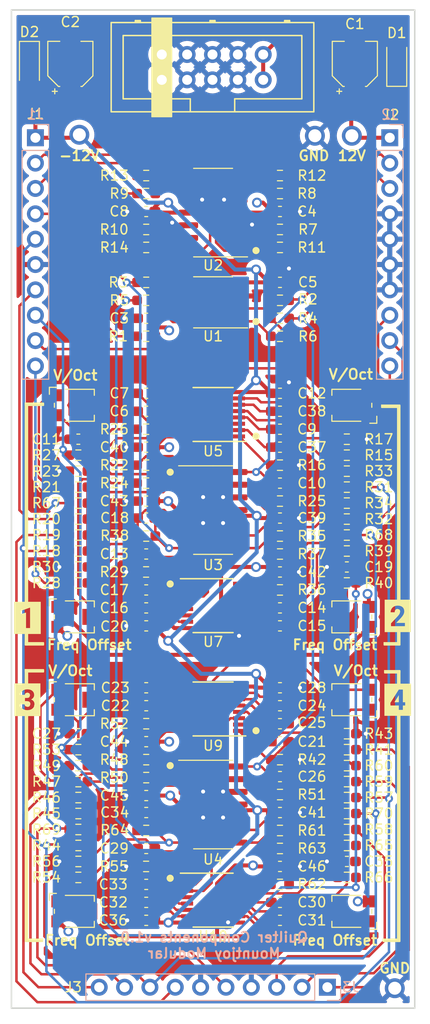
<source format=kicad_pcb>
(kicad_pcb (version 20211014) (generator pcbnew)
  (layers (0 "F.Cu" signal) (1 "In1.Cu" signal) (2 "In2.Cu" signal) (31 "B.Cu" signal) (34 "B.Paste" user) (35 "F.Paste" user) (36 "B.SilkS" user "B.Silkscreen") (37 "F.SilkS" user "F.Silkscreen") (38 "B.Mask" user) (39 "F.Mask" user) (44 "Edge.Cuts" user))
  (net 0 "")
  (net 1 "+12V")
  (net 2 "GND")
  (net 3 "-12V")
  (net 4 "Net-(C9-Pad2)")
  (net 5 "/Audio_Out1")
  (net 6 "Net-(C10-Pad2)")
  (net 7 "Net-(C6-Pad1)")
  (net 8 "Net-(C6-Pad2)")
  (net 9 "Net-(C7-Pad1)")
  (net 10 "Net-(C7-Pad2)")
  (net 11 "Net-(C11-Pad1)")
  (net 12 "Net-(C9-Pad1)")
  (net 13 "Net-(C13-Pad1)")
  (net 14 "Net-(C13-Pad2)")
  (net 15 "Net-(C14-Pad1)")
  (net 16 "Net-(C14-Pad2)")
  (net 17 "Net-(C15-Pad1)")
  (net 18 "Net-(C15-Pad2)")
  (net 19 "Net-(C16-Pad1)")
  (net 20 "Net-(C16-Pad2)")
  (net 21 "Net-(C17-Pad1)")
  (net 22 "Net-(C17-Pad2)")
  (net 23 "/Audio_Out2")
  (net 24 "Net-(FREQ_OFFSET1-Pad2)")
  (net 25 "Net-(C18-Pad2)")
  (net 26 "Net-(C19-Pad1)")
  (net 27 "Net-(C21-Pad1)")
  (net 28 "Net-(C21-Pad2)")
  (net 29 "Net-(C22-Pad1)")
  (net 30 "Net-(C22-Pad2)")
  (net 31 "Net-(C23-Pad1)")
  (net 32 "Net-(C23-Pad2)")
  (net 33 "Net-(C24-Pad1)")
  (net 34 "Net-(C24-Pad2)")
  (net 35 "Net-(C25-Pad1)")
  (net 36 "Net-(C25-Pad2)")
  (net 37 "/Audio_Out3")
  (net 38 "Net-(C26-Pad2)")
  (net 39 "Net-(C27-Pad1)")
  (net 40 "Net-(C29-Pad1)")
  (net 41 "Net-(C29-Pad2)")
  (net 42 "Net-(C30-Pad1)")
  (net 43 "Net-(C30-Pad2)")
  (net 44 "Net-(C31-Pad1)")
  (net 45 "Net-(C31-Pad2)")
  (net 46 "Net-(C32-Pad1)")
  (net 47 "Net-(C32-Pad2)")
  (net 48 "Net-(C33-Pad1)")
  (net 49 "Net-(C33-Pad2)")
  (net 50 "/Audio_Out4")
  (net 51 "Net-(C34-Pad2)")
  (net 52 "Net-(C35-Pad1)")
  (net 53 "Net-(FREQ_OFFSET2-Pad2)")
  (net 54 "Net-(FREQ_OFFSET3-Pad2)")
  (net 55 "Net-(FREQ_OFFSET4-Pad2)")
  (net 56 "/AUDIO_IN1")
  (net 57 "/FREQ_CV1")
  (net 58 "/FREQ_V_OCT1")
  (net 59 "/AUDIO_BUFF1")
  (net 60 "/AUDIO_IN3")
  (net 61 "/FREQ_CV3")
  (net 62 "/FREQ_V_OCT3")
  (net 63 "/AUDIO_IN2")
  (net 64 "/FREQ_CV2")
  (net 65 "/FREQ_V_OCT2")
  (net 66 "/AUDIO_BUFF2")
  (net 67 "/AUDIO_BUFF3")
  (net 68 "/AUDIO_IN4")
  (net 69 "/AUDIO_BUFF4")
  (net 70 "/FREQ_CV4")
  (net 71 "/FREQ_V_OCT4")
  (net 72 "/FREQ_POT")
  (net 73 "/Q_POT")
  (net 74 "/FREQ_POT_5V")
  (net 75 "/AUDIO_MIX")
  (net 76 "Net-(R2-Pad1)")
  (net 77 "Net-(R11-Pad2)")
  (net 78 "Net-(R12-Pad2)")
  (net 79 "Net-(R13-Pad2)")
  (net 80 "Net-(R10-Pad1)")
  (net 81 "/FREQ_JACK")
  (net 82 "Net-(R21-Pad1)")
  (net 83 "/Filter_Voice1/FREQ_CTRL")
  (net 84 "Net-(R22-Pad2)")
  (net 85 "/Filter_Voice1/Q_CTRL")
  (net 86 "Net-(R34-Pad1)")
  (net 87 "/Filter_Voice2/FREQ_CTRL")
  (net 88 "Net-(R35-Pad2)")
  (net 89 "/Filter_Voice2/Q_CTRL")
  (net 90 "Net-(R18-Pad1)")
  (net 91 "Net-(R47-Pad1)")
  (net 92 "/Filter_Voice3/FREQ_CTRL")
  (net 93 "Net-(R48-Pad2)")
  (net 94 "/Filter_Voice3/Q_CTRL")
  (net 95 "Net-(R31-Pad1)")
  (net 96 "Net-(R60-Pad1)")
  (net 97 "/Filter_Voice4/FREQ_CTRL")
  (net 98 "Net-(R61-Pad2)")
  (net 99 "/Filter_Voice4/Q_CTRL")
  (net 100 "/+12V_IN")
  (net 101 "/-12V_IN")
  (net 102 "Net-(U1-Pad6)")
  (net 103 "Net-(C37-Pad1)")
  (net 104 "Net-(C37-Pad2)")
  (net 105 "Net-(C38-Pad2)")
  (net 106 "Net-(C38-Pad1)")
  (net 107 "Net-(R44-Pad1)")
  (net 108 "Net-(R57-Pad1)")
  (footprint "Capacitor_SMD:C_0603_1608Metric_Pad1.08x0.95mm_HandSolder" (layer "F.Cu") (at 63.5 137.6 180)
    (fp_text reference "C33")
    (fp_text value "560pF")
  )
  (footprint "Package_SO:SOIC-14_3.9x8.7mm_P1.27mm" (layer "F.Cu") (at 70.2 70.3 180)
    (fp_text reference "U2")
    (fp_text value "TL074")
  )
  (footprint "Resistor_SMD:R_0603_1608Metric_Pad0.98x0.95mm_HandSolder" (layer "F.Cu") (at 56.7 133.7 180)
    (fp_text reference "R44")
    (fp_text value "100k")
  )
  (footprint "Resistor_SMD:R_0603_1608Metric_Pad0.98x0.95mm_HandSolder" (layer "F.Cu") (at 56.7 96.2 180)
    (fp_text reference "R23")
    (fp_text value "1k")
  )
  (footprint "Potentiometer_SMD:Potentiometer_Bourns_TC33X_Vertical" (layer "F.Cu") (at 84 110.8 180)
    (fp_text reference "FREQ_OFFSET2" hide)
    (fp_text value "50k")
  )
  (footprint "Capacitor_SMD:C_0603_1608Metric_Pad1.08x0.95mm_HandSolder" (layer "F.Cu") (at 76.9 70.1875)
    (fp_text reference "C4")
    (fp_text value "1uF")
  )
  (footprint "Diode_SMD:D_SOD-123" (layer "F.Cu") (at 88.6 55.4 90)
    (fp_text reference "D1")
    (fp_text value "1N5819")
  )
  (footprint "Resistor_SMD:R_0603_1608Metric_Pad0.98x0.95mm_HandSolder" (layer "F.Cu") (at 56.7 124.1)
    (fp_text reference "R53")
    (fp_text value "26.7k")
  )
  (footprint "Capacitor_SMD:C_0603_1608Metric_Pad1.08x0.95mm_HandSolder" (layer "F.Cu") (at 76.9 90.2)
    (fp_text reference "C38")
    (fp_text value "6.8nF")
  )
  (footprint "Resistor_SMD:R_0603_1608Metric_Pad0.98x0.95mm_HandSolder" (layer "F.Cu") (at 83.6 133.7 180)
    (fp_text reference "R65")
    (fp_text value "499")
  )
  (footprint "Capacitor_SMD:C_0603_1608Metric_Pad1.08x0.95mm_HandSolder" (layer "F.Cu") (at 63.5 128.7 180)
    (fp_text reference "C45")
    (fp_text value "1uF")
  )
  (footprint "Resistor_SMD:R_0603_1608Metric_Pad0.98x0.95mm_HandSolder" (layer "F.Cu") (at 83.6 132.1)
    (fp_text reference "R58")
    (fp_text value "100k")
  )
  (footprint "Capacitor_SMD:C_0603_1608Metric_Pad1.08x0.95mm_HandSolder" (layer "F.Cu") (at 76.9 97.4)
    (fp_text reference "C10")
    (fp_text value "100pF")
  )
  (footprint "Custom_Footprints:Eurorack_10_pin_header" (layer "F.Cu") (at 65.06 57)
    (fp_text reference "J4" hide)
    (fp_text value "Eurorack_10_pin_power")
  )
  (footprint "Capacitor_SMD:C_0603_1608Metric_Pad1.08x0.95mm_HandSolder" (layer "F.Cu") (at 76.9 109.9)
    (fp_text reference "C14")
    (fp_text value "6.8nF")
  )
  (footprint "Potentiometer_SMD:Potentiometer_Bourns_TC33X_Vertical" (layer "F.Cu") (at 84 140.3 180)
    (fp_text reference "FREQ_OFFSET4" hide)
    (fp_text value "50k")
  )
  (footprint "kibuzzard-63FCE890" (layer "F.Cu") (at 51.6 110.9)
    (fp_text reference "kibuzzard-63FCE890" hide)
    (fp_text value "G***" hide)
  )
  (footprint "Resistor_SMD:R_0603_1608Metric_Pad0.98x0.95mm_HandSolder" (layer "F.Cu") (at 76.9 102.7 180)
    (fp_text reference "R35")
    (fp_text value "100k")
  )
  (footprint "Resistor_SMD:R_0603_1608Metric_Pad0.98x0.95mm_HandSolder" (layer "F.Cu") (at 76.9 79.0875)
    (fp_text reference "R2")
    (fp_text value "10k")
  )
  (footprint "Capacitor_SMD:C_0603_1608Metric_Pad1.08x0.95mm_HandSolder" (layer "F.Cu") (at 76.9 139.4)
    (fp_text reference "C30")
    (fp_text value "6.8nF")
  )
  (footprint "Capacitor_SMD:C_0603_1608Metric_Pad1.08x0.95mm_HandSolder" (layer "F.Cu") (at 63.5 80.8875 180)
    (fp_text reference "C3")
    (fp_text value "1uF")
  )
  (footprint "Resistor_SMD:R_0603_1608Metric_Pad0.98x0.95mm_HandSolder" (layer "F.Cu") (at 56.7 97.8)
    (fp_text reference "R21")
    (fp_text value "162k")
  )
  (footprint "Capacitor_SMD:C_0603_1608Metric_Pad1.08x0.95mm_HandSolder" (layer "F.Cu") (at 76.9 117.9 180)
    (fp_text reference "C28")
    (fp_text value "1uF")
  )
  (footprint "Resistor_SMD:R_0603_1608Metric_Pad0.98x0.95mm_HandSolder" (layer "F.Cu") (at 76.9 125.1 180)
    (fp_text reference "R42")
    (fp_text value "200")
  )
  (footprint "Capacitor_SMD:C_0603_1608Metric_Pad1.08x0.95mm_HandSolder" (layer "F.Cu") (at 76.9 111.7)
    (fp_text reference "C15")
    (fp_text value "6.8nF")
  )
  (footprint "Potentiometer_SMD:Potentiometer_Bourns_TC33X_Vertical" (layer "F.Cu") (at 84 119.1 180)
    (fp_text reference "V_OCT4" hide)
    (fp_text value "50k")
  )
  (footprint "Capacitor_SMD:C_0603_1608Metric_Pad1.08x0.95mm_HandSolder" (layer "F.Cu") (at 76.9 141.2)
    (fp_text reference "C31")
    (fp_text value "6.8nF")
  )
  (footprint "kibuzzard-63F9EC4B" (layer "F.Cu") (at 51.6 119.1)
    (fp_text reference "kibuzzard-63F9EC4B" hide)
    (fp_text value "G***" hide)
  )
  (footprint "Capacitor_SMD:C_0603_1608Metric_Pad1.08x0.95mm_HandSolder" (layer "F.Cu") (at 56.7 93 180)
    (fp_text reference "C11")
    (fp_text value "10nF")
  )
  (footprint "Resistor_SMD:R_0603_1608Metric_Pad0.98x0.95mm_HandSolder" (layer "F.Cu") (at 76.9 104.5)
    (fp_text reference "R37")
    (fp_text value "499k")
  )
  (footprint "Resistor_SMD:R_0603_1608Metric_Pad0.98x0.95mm_HandSolder" (layer "F.Cu") (at 83.6 128.9)
    (fp_text reference "R57")
    (fp_text value "100k")
  )
  (footprint "Resistor_SMD:R_0603_1608Metric_Pad0.98x0.95mm_HandSolder" (layer "F.Cu") (at 63.5 126.9 180)
    (fp_text reference "R50")
    (fp_text value "499k")
  )
  (footprint "Capacitor_SMD:C_0603_1608Metric_Pad1.08x0.95mm_HandSolder" (layer "F.Cu") (at 76.9 92)
    (fp_text reference "C9")
    (fp_text value "560pF")
  )
  (footprint "Resistor_SMD:R_0603_1608Metric_Pad0.98x0.95mm_HandSolder" (layer "F.Cu") (at 76.9 128.6)
    (fp_text reference "R51")
    (fp_text value "33.2k")
  )
  (footprint "Resistor_SMD:R_0603_1608Metric_Pad0.98x0.95mm_HandSolder" (layer "F.Cu") (at 56.7 94.6)
    (fp_text reference "R27")
    (fp_text value "26.7k")
  )
  (footprint "Resistor_SMD:R_0603_1608Metric_Pad0.98x0.95mm_HandSolder" (layer "F.Cu") (at 83.6 96.2)
    (fp_text reference "R33")
    (fp_text value "100k")
  )
  (footprint "Resistor_SMD:R_0603_1608Metric_Pad0.98x0.95mm_HandSolder" (layer "F.Cu") (at 63.5 68.3875 180)
    (fp_text reference "R9")
    (fp_text value "10k")
  )
  (footprint "Resistor_SMD:R_0603_1608Metric_Pad0.98x0.95mm_HandSolder" (layer "F.Cu") (at 63.5 66.5875 180)
    (fp_text reference "R13")
    (fp_text value "10k")
  )
  (footprint "Resistor_SMD:R_0603_1608Metric_Pad0.98x0.95mm_HandSolder" (layer "F.Cu") (at 56.7 128.9 180)
    (fp_text reference "R46")
    (fp_text value "100k")
  )
  (footprint "Resistor_SMD:R_0603_1608Metric_Pad0.98x0.95mm_HandSolder" (layer "F.Cu") (at 63.5 95.6 180)
    (fp_text reference "R22")
    (fp_text value "100k")
  )
  (footprint "Package_SO:SOIC-14_3.9x8.7mm_P1.27mm" (layer "F.Cu") (at 70.2 129.6)
    (fp_text reference "U4")
    (fp_text value "TL074")
  )
  (footprint "Capacitor_SMD:CP_Elec_4x5.8" (layer "F.Cu") (at 55.9 55.4 90)
    (fp_text reference "C2")
    (fp_text value "22uF")
  )
  (footprint "Capacitor_SMD:C_0603_1608Metric_Pad1.08x0.95mm_HandSolder" (layer "F.Cu") (at 63.5 119.7)
    (fp_text reference "C22")
    (fp_text value "6.8nF")
  )
  (footprint "Capacitor_SMD:C_0603_1608Metric_Pad1.08x0.95mm_HandSolder" (layer "F.Cu") (at 63.5 108.1 180)
    (fp_text reference "C17")
    (fp_text value "560pF")
  )
  (footprint "Capacitor_SMD:C_0603_1608Metric_Pad1.08x0.95mm_HandSolder" (layer "F.Cu") (at 63.5 93.8 180)
    (fp_text reference "C40")
    (fp_text value "1uF")
  )
  (footprint "Capacitor_SMD:C_0603_1608Metric_Pad1.08x0.95mm_HandSolder" (layer "F.Cu") (at 83.6 105.8 180)
    (fp_text reference "C19")
    (fp_text value "10nF")
  )
  (footprint "Resistor_SMD:R_0603_1608Metric_Pad0.98x0.95mm_HandSolder" (layer "F.Cu") (at 63.5 102.7 180)
    (fp_text reference "R38")
    (fp_text value "33.2k")
  )
  (footprint "Resistor_SMD:R_0603_1608Metric_Pad0.98x0.95mm_HandSolder" (layer "F.Cu") (at 56.7 104.2 180)
    (fp_text reference "R18")
    (fp_text value "100k")
  )
  (footprint "Custom_Footprints:1.3mm_Test_Point" (layer "F.Cu") (at 56.8 62.5)
    (fp_text reference "TP2" hide)
    (fp_text value "TestPoint")
  )
  (footprint "Potentiometer_SMD:Potentiometer_Bourns_TC33X_Vertical" (layer "F.Cu") (at 56.4 119.1)
    (fp_text reference "V_OCT3" hide)
    (fp_text value "50k")
  )
  (footprint "Resistor_SMD:R_0603_1608Metric_Pad0.98x0.95mm_HandSolder" (layer "F.Cu") (at 76.9 95.6 180)
    (fp_text reference "R16")
    (fp_text value "200")
  )
  (footprint "Resistor_SMD:R_0603_1608Metric_Pad0.98x0.95mm_HandSolder" (layer "F.Cu") (at 63.5 71.9875 180)
    (fp_text reference "R10")
    (fp_text value "10k")
  )
  (footprint "Potentiometer_SMD:Potentiometer_Bourns_TC33X_Vertical" (layer "F.Cu") (at 56.4 89.6)
    (fp_text reference "V_OCT1" hide)
    (fp_text value "50k")
  )
  (footprint "Capacitor_SMD:C_0603_1608Metric_Pad1.08x0.95mm_HandSolder" (layer "F.Cu") (at 63.5 100.9 180)
    (fp_text reference "C18")
    (fp_text value "100pF")
  )
  (footprint "Resistor_SMD:R_0603_1608Metric_Pad0.98x0.95mm_HandSolder" (layer "F.Cu") (at 76.9 137.6)
    (fp_text reference "R62")
    (fp_text value "1k")
  )
  (footprint "Resistor_SMD:R_0603_1608Metric_Pad0.98x0.95mm_HandSolder" (layer "F.Cu") (at 83.6 99.4 180)
    (fp_text reference "R34")
    (fp_text value "162k")
  )
  (footprint "Resistor_SMD:R_0603_1608Metric_Pad0.98x0.95mm_HandSolder" (layer "F.Cu") (at 56.7 132.1 180)
    (fp_text reference "R69")
    (fp_text value "100k")
  )
  (footprint "Diode_SMD:D_SOD-123" (layer "F.Cu") (at 51.8 55.4 -90)
    (fp_text reference "D2")
    (fp_text value "1N5819")
  )
  (footprint "Resistor_SMD:R_0603_1608Metric_Pad0.98x0.95mm_HandSolder" (layer "F.Cu") (at 56.7 102.6 180)
    (fp_text reference "R19")
    (fp_text value "100k")
  )
  (footprint "Resistor_SMD:R_0603_1608Metric_Pad0.98x0.95mm_HandSolder" (layer "F.Cu") (at 63.5 132.2 180)
    (fp_text reference "R64")
    (fp_text value "33.2k")
  )
  (footprint "Capacitor_SMD:C_0603_1608Metric_Pad1.08x0.95mm_HandSolder" (layer "F.Cu") (at 76.9 123.3)
    (fp_text reference "C21")
    (fp_text value "3.3nF")
  )
  (footprint "Capacitor_SMD:C_0603_1608Metric_Pad1.08x0.95mm_HandSolder" (layer "F.Cu") (at 76.9 77.2875)
    (fp_text reference "C5")
    (fp_text value "1uF")
  )
  (footprint "Package_SO:SSOP-16_3.9x4.9mm_P0.635mm" (layer "F.Cu") (at 70.2 109.7)
    (fp_text reference "U7")
    (fp_text value "SSI2144")
  )
  (footprint "Resistor_SMD:R_0603_1608Metric_Pad0.98x0.95mm_HandSolder" (layer "F.Cu") (at 83.6 102.6)
    (fp_text reference "R68")
    (fp_text value "100k")
  )
  (footprint "Capacitor_SMD:C_0603_1608Metric_Pad1.08x0.95mm_HandSolder" (layer "F.Cu") (at 63.5 130.4 180)
    (fp_text reference "C34")
    (fp_text value "100pF")
  )
  (footprint "Resistor_SMD:R_0603_1608Metric_Pad0.98x0.95mm_HandSolder" (layer "F.Cu") (at 76.9 108.1)
    (fp_text reference "R36")
    (fp_text value "1k")
  )
  (footprint "Resistor_SMD:R_0603_1608Metric_Pad0.98x0.95mm_HandSolder" (layer "F.Cu") (at 63.5 77.2875 180)
    (fp_text reference "R3")
    (fp_text value "10k")
  )
  (footprint "Resistor_SMD:R_0603_1608Metric_Pad0.98x0.95mm_HandSolder" (layer "F.Cu") (at 76.9 82.6875)
    (fp_text reference "R6")
    (fp_text value "10k")
  )
  (footprint "Resistor_SMD:R_0603_1608Metric_Pad0.98x0.95mm_HandSolder" (layer "F.Cu") (at 56.7 135.3 180)
    (fp_text reference "R56")
    (fp_text value "200")
  )
  (footprint "Resistor_SMD:R_0603_1608Metric_Pad0.98x0.95mm_HandSolder" (layer "F.Cu") (at 63.5 121.5)
    (fp_text reference "R52")
    (fp_text value "499")
  )
  (footprint "Package_SO:SSOP-16_3.9x4.9mm_P0.635mm" (layer "F.Cu") (at 70.2 139.2)
    (fp_text reference "U10")
    (fp_text value "SSI2144")
  )
  (footprint "Resistor_SMD:R_0603_1608Metric_Pad0.98x0.95mm_HandSolder" (layer "F.Cu") (at 76.9 71.9875)
    (fp_text reference "R7")
    (fp_text value "10k")
  )
  (footprint "Resistor_SMD:R_0603_1608Metric_Pad0.98x0.95mm_HandSolder" (layer "F.Cu") (at 56.7 99.4 180)
    (fp_text reference "R67")
    (fp_text value "100k")
  )
  (footprint "Resistor_SMD:R_0603_1608Metric_Pad0.98x0.95mm_HandSolder" (layer "F.Cu") (at 56.7 136.9 180)
    (fp_text reference "R54")
    (fp_text value "68.1k")
  )
  (footprint "Capacitor_SMD:C_0603_1608Metric_Pad1.08x0.95mm_HandSolder" (layer "F.Cu") (at 76.9 119.7)
    (fp_text reference "C24")
    (fp_text value "6.8nF")
  )
  (footprint "kibuzzard-63F9EC99" (layer "F.Cu") (at 88.7 110.7)
    (fp_text reference "kibuzzard-63F9EC99" hide)
    (fp_text value "G***" hide)
  )
  (footprint "Resistor_SMD:R_0603_1608Metric_Pad0.98x0.95mm_HandSolder" (layer "F.Cu") (at 76.9 66.5875)
    (fp_text reference "R12")
    (fp_text value "10k")
  )
  (footprint "Resistor_SMD:R_0603_1608Metric_Pad0.98x0.95mm_HandSolder" (layer "F.Cu") (at 63.5 92)
    (fp_text reference "R26")
    (fp_text value "499")
  )
  (footprint "Resistor_SMD:R_0603_1608Metric_Pad0.98x0.95mm_HandSolder" (layer "F.Cu") (at 56.7 101 180)
    (fp_text reference "R20")
    (fp_text value "100k")
  )
  (footprint "Resistor_SMD:R_0603_1608Metric_Pad0.98x0.95mm_HandSolder" (layer "F.Cu") (at 76.9 68.3875)
    (fp_text reference "R8")
    (fp_text value "10k")
  )
  (footprint "Capacitor_SMD:C_0603_1608Metric_Pad1.08x0.95mm_HandSolder" (layer "F.Cu") (at 76.9 121.5)
    (fp_text reference "C25")
    (fp_text value "560pF")
  )
  (footprint "Resistor_SMD:R_0603_1608Metric_Pad0.98x0.95mm_HandSolder" (layer "F.Cu") (at 56.7 107.4 180)
    (fp_text reference "R28")
    (fp_text value "68.1k")
  )
  (footprint "Capacitor_SMD:C_0603_1608Metric_Pad1.08x0.95mm_HandSolder" (layer "F.Cu") (at 76.9 93.8)
    (fp_text reference "C37")
    (fp_text value "3.3nF")
  )
  (footprint "Package_SO:SSOP-16_3.9x4.9mm_P0.635mm" (layer "F.Cu") (at 70.2 90.5 180)
    (fp_text reference "U5")
    (fp_text value "SSI2144")
  )
  (footprint "Resistor_SMD:R_0603_1608Metric_Pad0.98x0.95mm_HandSolder" (layer "F.Cu") (at 63.4875 135.8)
    (fp_text reference "R55")
    (fp_text value "200")
  )
  (footprint "Resistor_SMD:R_0603_1608Metric_Pad0.98x0.95mm_HandSolder" (layer "F.Cu") (at 83.6 124.1)
    (fp_text reference "R41")
    (fp_text value "68.1k")
  )
  (footprint "Capacitor_SMD:C_0603_1608Metric_Pad1.08x0.95mm_HandSolder" (layer "F.Cu") (at 76.9 135.8)
    (fp_text reference "C46")
    (fp_text value "1uF")
  )
  (footprint "Resistor_SMD:R_0603_1608Metric_Pad0.98x0.95mm_HandSolder" (layer "F.Cu") (at 83.6 130.5)
    (fp_text reference "R70")
    (fp_text value "100k")
  )
  (footprint "Capacitor_SMD:C_0603_1608Metric_Pad1.08x0.95mm_HandSolder" (layer "F.Cu") (at 63.5 141.2)
    (fp_text reference "C36")
    (fp_text value "1uF")
  )
  (footprint "Capacitor_SMD:C_0603_1608Metric_Pad1.08x0.95mm_HandSolder" (layer "F.Cu") (at 76.9 88.4 180)
    (fp_text reference "C12")
    (fp_text value "1uF")
  )
  (footprint "Package_SO:SSOP-16_3.9x4.9mm_P0.635mm" (layer "F.Cu") (at 70.2 120 180)
    (fp_text reference "U9")
    (fp_text value "SSI2144")
  )
  (footprint "Resistor_SMD:R_0603_1608Metric_Pad0.98x0.95mm_HandSolder" (layer "F.Cu") (at 83.6 101)
    (fp_text reference "R32")
    (fp_text value "100k")
  )
  (footprint "Resistor_SMD:R_0603_1608Metric_Pad0.98x0.95mm_HandSolder" (layer "F.Cu") (at 63.5 125.1 180)
    (fp_text reference "R48")
    (fp_text value "100k")
  )
  (footprint "Capacitor_SMD:C_0603_1608Metric_Pad1.08x0.95mm_HandSolder" (layer "F.Cu") (at 56.7 122.5 180)
    (fp_text reference "C27")
    (fp_text value "10nF")
  )
  (footprint "kibuzzard-63F9ECEE" (layer "F.Cu") (at 88.7 119.1)
    (fp_text reference "kibuzzard-63F9ECEE" hide)
    (fp_text value "G***" hide)
  )
  (footprint "Resistor_SMD:R_0603_1608Metric_Pad0.98x0.95mm_HandSolder" (layer "F.Cu") (at 56.7 105.8 180)
    (fp_text reference "R30")
    (fp_text value "200")
  )
  (footprint "Potentiometer_SMD:Potentiometer_Bourns_TC33X_Vertical" (layer "F.Cu") (at 56.4 140.3)
    (fp_text reference "FREQ_OFFSET3" hide)
    (fp_text value "50k")
  )
  (footprint "Resistor_SMD:R_0603_1608Metric_Pad0.98x0.95mm_HandSolder" (layer "F.Cu") (at 83.6 107.4 180)
    (fp_text reference "R40")
    (fp_text value "26.7k")
  )
  (footprint "Potentiometer_SMD:Potentiometer_Bourns_TC33X_Vertical" (layer "F.Cu") (at 56.4 110.8)
    (fp_text reference "FREQ_OFFSET1" hide)
    (fp_text value "50k")
  )
  (footprint "Custom_Footprints:1.3mm_Test_Point" (layer "F.Cu") (at 80.4 62.6)
    (fp_text reference "TP4" hide)
    (fp_text value "TestPoint")
  )
  (footprint "Capacitor_SMD:C_0603_1608Metric_Pad1.08x0.95mm_HandSolder" (layer "F.Cu") (at 63.5 123.3 180)
    (fp_text reference "C44")
    (fp_text value "1uF")
  )
  (footprint "Capacitor_SMD:C_0603_1608Metric_Pad1.08x0.95mm_HandSolder" (layer "F.Cu") (at 63.5 70.1875 180)
    (fp_text reference "C8")
    (fp_text value "1uF")
  )
  (footprint "Package_SO:SOIC-14_3.9x8.7mm_P1.27mm" (layer "F.Cu") (at 70.2 100.1)
    (fp_text reference "U3")
    (fp_text value "TL074")
  )
  (footprint "Resistor_SMD:R_0603_1608Metric_Pad0.98x0.95mm_HandSolder" (layer "F.Cu") (at 83.6 136.9 180)
    (fp_text reference "R66")
    (fp_text value "26.7k")
  )
  (footprint "Resistor_SMD:R_0603_1608Metric_Pad0.98x0.95mm_HandSolder" (layer "F.Cu") (at 76.9 80.8875)
    (fp_text reference "R4")
    (fp_text value "10k")
  )
  (footprint "Capacitor_SMD:C_0603_1608Metric_Pad1.08x0.95mm_HandSolder" (layer "F.Cu") (at 76.9 130.4)
    (fp_text reference "C41")
    (fp_text value "1uF")
  )
  (footprint "Resistor_SMD:R_0603_1608Metric_Pad0.98x0.95mm_HandSolder" (layer "F.Cu") (at 83.6 127.3)
    (fp_text reference "R59")
    (fp_text value "100k")
  )
  (footprint "Capacitor_SMD:C_0603_1608Metric_Pad1.08x0.95mm_HandSolder" (layer "F.Cu") (at 63.5 99.2 180)
    (fp_text reference "C43")
    (fp_text value "1uF")
  )
  (footprint "Resistor_SMD:R_0603_1608Metric_Pad0.98x0.95mm_HandSolder" (layer "F.Cu") (at 63.5 82.6875 180)
    (fp_text reference "R1")
    (fp_text value "14k")
  )
  (footprint "Capacitor_SMD:C_0603_1608Metric_Pad1.08x0.95mm_HandSolder" (layer "F.Cu") (at 63.5 109.9 180)
    (fp_text reference "C16")
    (fp_text value "6.8nF")
  )
  (footprint "Resistor_SMD:R_0603_1608Metric_Pad0.98x0.95mm_HandSolder" (layer "F.Cu") (at 76.9 99.2)
    (fp_text reference "R25")
    (fp_text value "33.2k")
  )
  (footprint "Potentiometer_SMD:Potentiometer_Bourns_TC33X_Vertical" (layer "F.Cu") (at 84 89.6 180)
    (fp_text reference "V_OCT2" hide)
    (fp_text value "50k")
  )
  (footprint "Resistor_SMD:R_0603_1608Metric_Pad0.98x0.95mm_HandSolder" (layer "F.Cu") (at 56.7 127.3)
    (fp_text reference "R47")
    (fp_text value "162k")
  )
  (footprint "Capacitor_SMD:C_0603_1608Metric_Pad1.08x0.95mm_HandSolder" (layer "F.Cu") (at 63.5 104.5 180)
    (fp_text reference "C13")
    (fp_text value "3.3nF")
  )
  (footprint "Resistor_SMD:R_0603_1608Metric_Pad0.98x0.95mm_HandSolder" (layer "F.Cu") (at 63.5 73.7875 180)
    (fp_text reference "R14")
    (fp_text value "10k")
  )
  (footprint "Resistor_SMD:R_0603_1608Metric_Pad0.98x0.95mm_HandSolder" (layer "F.Cu") (at 83.6 94.6)
    (fp_text reference "R15")
    (fp_text value "68.1k")
  )
  (footprint "Resistor_SMD:R_0603_1608Metric_Pad0.98x0.95mm_HandSolder" (layer "F.Cu") (at 83.6 93)
    (fp_text reference "R17")
    (fp_text value "200")
  )
  (footprint "Resistor_SMD:R_0603_1608Metric_Pad0.98x0.95mm_HandSolder" (layer "F.Cu") (at 63.5 97.4 180)
    (fp_text reference "R24")
    (fp_text value "499k")
  )
  (footprint "Custom_Footprints:1.3mm_Test_Point" (layer "F.Cu") (at 84.1 62.6)
    (fp_text reference "TP1" hide)
    (fp_text value "TestPoint")
  )
  (footprint "Capacitor_SMD:C_0603_1608Metric_Pad1.08x0.95mm_HandSolder" (layer "F.Cu") (at 63.5 90.2)
    (fp_text reference "C6")
    (fp_text value "6.8nF")
  )
  (footprint "Capacitor_SMD:C_0603_1608Metric_Pad1.08x0.95mm_HandSolder" (layer "F.Cu") (at 63.5 117.9)
    (fp_text reference "C23")
    (fp_text value "6.8nF")
  )
  (footprint "Resistor_SMD:R_0603_1608Metric_Pad0.98x0.95mm_HandSolder" (layer "F.Cu") (at 83.6 97.8)
    (fp_text reference "R31")
    (fp_text value "100k")
  )
  (footprint "Resistor_SMD:R_0603_1608Metric_Pad0.98x0.95mm_HandSolder" (layer "F.Cu") (at 83.6 104.2 180)
    (fp_text reference "R39")
    (fp_text value "499")
  )
  (footprint "Capacitor_SMD:C_0603_1608Metric_Pad1.08x0.95mm_HandSolder" (layer "F.Cu") (at 76.9 126.8)
    (fp_text reference "C26")
    (fp_text value "100pF")
  )
  (footprint "Resistor_SMD:R_0603_1608Metric_Pad0.98x0.95mm_HandSolder" (layer "F.Cu") (at 83.6 122.5)
    (fp_text reference "R43")
    (fp_text value "200")
  )
  (footprint "Capacitor_SMD:CP_Elec_4x5.8" (layer "F.Cu") (at 84.4 55.4 90)
    (fp_text reference "C1")
    (fp_text value "22uF")
  )
  (footprint "Capacitor_SMD:C_0603_1608Metric_Pad1.08x0.95mm_HandSolder" (layer "F.Cu") (at 76.9 106.3)
    (fp_text reference "C42")
    (fp_text value "1uF")
  )
  (footprint "Resistor_SMD:R_0603_1608Metric_Pad0.98x0.95mm_HandSolder" (layer "F.Cu") (at 76.9 132.2 180)
    (fp_text reference "R61")
    (fp_text value "100k")
  )
  (footprint "Capacitor_SMD:C_0603_1608Metric_Pad1.08x0.95mm_HandSolder" (layer "F.Cu") (at 63.5 139.4 180)
    (fp_text reference "C32")
    (fp_text value "6.8nF")
  )
  (footprint "Resistor_SMD:R_0603_1608Metric_Pad0.98x0.95mm_HandSolder" (layer "F.Cu") (at 83.6 125.7 180)
    (fp_text reference "R60")
    (fp_text value "162k")
  )
  (footprint "Resistor_SMD:R_0603_1608Metric_Pad0.98x0.95mm_HandSolder" (layer "F.Cu") (at 63.5 79.0875 180)
    (fp_text reference "R5")
    (fp_text value "10k")
  )
  (footprint "Resistor_SMD:R_0603_1608Metric_Pad0.98x0.95mm_HandSolder" (layer "F.Cu") (at 56.7 125.7 180)
    (fp_text reference "R49")
    (fp_text value "1k")
  )
  (footprint "Capacitor_SMD:C_0603_1608Metric_Pad1.08x0.95mm_HandSolder" (layer "F.Cu") (at 63.5 88.4)
    (fp_text reference "C7")
    (fp_text value "6.8nF")
  )
  (footprint "Resistor_SMD:R_0603_1608Metric_Pad0.98x0.95mm_HandSolder" (layer "F.Cu") (at 63.4875 106.3)
    (fp_text reference "R29")
    (fp_text value "200")
  )
  (footprint "Resistor_SMD:R_0603_1608Metric_Pad0.98x0.95mm_HandSolder" (layer "F.Cu") (at 76.9 73.7875)
    (fp_text reference "R11")
    (fp_text value "10k")
  )
  (footprint "Resistor_SMD:R_0603_1608Metric_Pad0.98x0.95mm_HandSolder" (layer "F.Cu") (at 76.9 134)
    (fp_text reference "R63")
    (fp_text value "499k")
  )
  (footprint "Capacitor_SMD:C_0603_1608Metric_Pad1.08x0.95mm_HandSolder" (layer "F.Cu") (at 63.5 134 180)
    (fp_text reference "C29")
    (fp_text value "3.3nF")
  )
  (footprint "Capacitor_SMD:C_0603_1608Metric_Pad1.08x0.95mm_HandSolder" (layer "F.Cu") (at 76.9 100.9)
    (fp_text reference "C39")
    (fp_text value "1uF")
  )
  (footprint "Capacitor_SMD:C_0603_1608Metric_Pad1.08x0.95mm_HandSolder" (layer "F.Cu") (at 63.5 111.7)
    (fp_text reference "C20")
    (fp_text value "1uF")
  )
  (footprint "Custom_Footprints:1.3mm_Test_Point" (layer "F.Cu") (at 88.4 148)
    (fp_text reference "TP3" hide)
    (fp_text value "TestPoint")
  )
  (footprint "Resistor_SMD:R_0603_1608Metric_Pad0.98x0.95mm_HandSolder" (layer "F.Cu") (at 56.7 130.5 180)
    (fp_text reference "R45")
    (fp_text value "100k")
  )
  (footprint "Package_SO:SO-8_3.9x4.9mm_P1.27mm" (layer "F.Cu") (at 70.2 79.2875 180)
    (fp_text reference "U1")
    (fp_text value "TL072")
  )
  (footprint "Capacitor_SMD:C_0603_1608Metric_Pad1.08x0.95mm_HandSolder" (layer "F.Cu") (at 83.6 135.3 180)
    (fp_text reference "C35")
    (fp_text value "10nF")
  )
  (footprint "Connector_PinHeader_2.54mm:PinHeader_1x10_P2.54mm_Vertical" (layer "B.Cu") (at 81.65 147.9 90)
    (fp_text reference "J3")
    (fp_text value "Conn_01x10_Male" hide)
  )
  (footprint "Connector_PinHeader_2.54mm:PinHeader_1x10_P2.54mm_Vertical" (layer "B.Cu") (at 52.4 62.8 180)
    (fp_text reference "J1")
    (fp_text value "Conn_01x10_Male" hide)
  )
  (footprint "Connector_PinHeader_2.54mm:PinHeader_1x10_P2.54mm_Vertical" (layer "B.Cu") (at 87.9 62.8 180)
    (fp_text reference "J2")
    (fp_text value "Conn_01x10_Male" hide)
  )
  (gr_circle (center 65.9 96.3) (end 66.182843 96.3) (layer "F.SilkS") (width 0.15) (fill solid))
  (gr_circle (center 74.5 74.1) (end 74.782843 74.1) (layer "F.SilkS") (width 0.15) (fill solid))
  (gr_circle (center 65.9 107.5) (end 66.182843 107.5) (layer "F.SilkS") (width 0.15) (fill solid))
  (gr_rect (start 51.4 143.1) (end 53.1 143.3) (layer "F.SilkS") (width 0.15) (fill solid))
  (gr_rect (start 51.4 120.7) (end 51.6 143.1) (layer "F.SilkS") (width 0.15) (fill solid))
  (gr_circle (center 65.9 125.7) (end 66.182843 125.7) (layer "F.SilkS") (width 0.15) (fill solid))
  (gr_rect (start 87.4 116.2) (end 88.9 116.4) (layer "F.SilkS") (width 0.15) (fill solid))
  (gr_rect (start 88.9 112.2) (end 88.7 113.6) (layer "F.SilkS") (width 0.15) (fill solid))
  (gr_rect (start 51.6 109.4) (end 51.4 89.4) (layer "F.SilkS") (width 0.15) (fill solid))
  (gr_circle (center 74.5 92.7) (end 74.782843 92.7) (layer "F.SilkS") (width 0.15) (fill solid))
  (gr_circle (center 65.9 136.982843) (end 66.182843 136.982843) (layer "F.SilkS") (width 0.15) (fill solid))
  (gr_rect (start 51.4 113.4) (end 53.2 113.6) (layer "F.SilkS") (width 0.15) (fill solid))
  (gr_rect (start 51.4 89.4) (end 53.2 89.6) (layer "F.SilkS") (width 0.15) (fill solid))
  (gr_rect (start 51.4 117.5) (end 51.6 116.1) (layer "F.SilkS") (width 0.15) (fill solid))
  (gr_rect (start 87.1 89.6) (end 88.9 89.8) (layer "F.SilkS") (width 0.15) (fill solid))
  (gr_rect (start 51.6 112.2) (end 51.4 113.6) (layer "F.SilkS") (width 0.15) (fill solid))
  (gr_rect (start 51.4 116.1) (end 53.2 116.3) (layer "F.SilkS") (width 0.15) (fill solid))
  (gr_rect (start 88.9 109.4) (end 88.7 89.7) (layer "F.SilkS") (width 0.15) (fill solid))
  (gr_circle (center 74.5 81.217157) (end 74.782843 81.217157) (layer "F.SilkS") (width 0.15) (fill solid))
  (gr_rect (start 87.25 143.1) (end 88.85 143.3) (layer "F.SilkS") (width 0.15) (fill solid))
  (gr_rect (start 88.7 117.5) (end 88.9 116.2) (layer "F.SilkS") (width 0.15) (fill solid))
  (gr_circle (center 74.5 122.2) (end 74.782843 122.2) (layer "F.SilkS") (width 0.15) (fill solid))
  (gr_rect (start 87.35 113.4) (end 88.85 113.6) (layer "F.SilkS") (width 0.15) (fill solid))
  (gr_rect (start 88.7 120.7) (end 88.9 143.3) (layer "F.SilkS") (width 0.15) (fill solid))
  (gr_line locked (start 90.4 50) (end 90.4 150) (layer "Edge.Cuts") (width 0.15))
  (gr_line locked (start 50 50) (end 90.4 50) (layer "Edge.Cuts") (width 0.15))
  (gr_line locked (start 50 50) (end 50 150) (layer "Edge.Cuts") (width 0.15))
  (gr_line locked (start 50 150) (end 90.4 150) (layer "Edge.Cuts") (width 0.15))
  (gr_text "Quilter Components v1.0\nMountjoy Modular" (at 70.3 143.7) (layer "B.SilkS") (effects (font (size 1 1) (thickness 0.2)) (justify mirror)))
  (gr_text "GND" (at 88.4 146) (layer "F.SilkS") (effects (font (size 1 1) (thickness 0.2))))
  (gr_text "Freq Offset" (at 57.6 143.2) (layer "F.SilkS") (effects (font (size 1 1) (thickness 0.2))))
  (gr_text "Freq Offset" (at 82.4 143.2) (layer "F.SilkS") (effects (font (size 1 1) (thickness 0.2))))
  (gr_text "Freq Offset" (at 57.8 113.6) (layer "F.SilkS") (effects (font (size 1 1) (thickness 0.2))))
  (gr_text "J3" (at 56.2 147.9) (layer "F.SilkS") (effects (font (size 1 1))))
  (gr_text "V/Oct" (at 84 86.5) (layer "F.SilkS") (effects (font (size 1 1) (thickness 0.2))))
  (gr_text "V/Oct" (at 56.4 86.6) (layer "F.SilkS") (effects (font (size 1 1) (thickness 0.2))))
  (gr_text "V/Oct" (at 55.9 116.2) (layer "F.SilkS") (effects (font (size 1 1) (thickness 0.2))))
  (gr_text "12V" (at 84.1 64.6) (layer "F.SilkS") (effects (font (size 1 1) (thickness 0.2))))
  (gr_text "J1" (at 52.4 60.4) (layer "F.SilkS") (effects (font (size 1 1))))
  (gr_text "J2" (at 88 60.5) (layer "F.SilkS") (effects (font (size 1 1))))
  (gr_text "Freq Offset" (at 82.4 113.6) (layer "F.SilkS") (effects (font (size 1 1) (thickness 0.2))))
  (gr_text "V/Oct" (at 84.5 116.2) (layer "F.SilkS") (effects (font (size 1 1) (thickness 0.2))))
  (gr_text "GND" (at 80.3 64.6) (layer "F.SilkS") (effects (font (size 1 1) (thickness 0.2))))
  (gr_text "-12V" (at 56.8 64.6) (layer "F.SilkS") (effects (font (size 1 1) (thickness 0.2))))
  (segment (start 76.0375 70.1375) (end 75.2 69.3) (width 0.4) (layer "F.Cu") (net 1))
  (segment (start 67.725 100.1) (end 66.6 100.1) (width 0.4) (layer "F.Cu") (net 1))
  (segment (start 67.6 122.2225) (end 65.44 122.2225) (width 0.4) (layer "F.Cu") (net 1))
  (segment (start 66.8 129.6) (end 65.9 128.7) (width 0.4) (layer "F.Cu") (net 1))
  (segment (start 54.6 109.8) (end 59.4 114.6) (width 0.4) (layer "F.Cu") (net 1))
  (segment (start 64.4 81.8) (end 65.5 81.8) (width 0.4) (layer "F.Cu") (net 1))
  (segment (start 88.6 57.05) (end 84.55 57.05) (width 0.4) (layer "F.Cu") (net 1))
  (segment (start 84.04 62.54) (end 84.1 62.6) (width 0.4) (layer "F.Cu") (net 1))
  (segment (start 74.86 136.9775) (end 72.8 136.9775) (width 0.4) (layer "F.Cu") (net 1))
  (segment (start 65.9 80.8875) (end 64.5625 80.8875) (width 0.4) (layer "F.Cu") (net 1))
  (segment (start 71 106.6) (end 71.8 105.8) (width 0.4) (layer "F.Cu") (net 1))
  (segment (start 64.3625 123.3) (end 65.8 123.3) (width 0.4) (layer "F.Cu") (net 1))
  (segment (start 76.0375 106.3) (end 76 106.3) (width 0.4) (layer "F.Cu") (net 1))
  (segment (start 59.4 114.6) (end 83 114.6) (width 0.4) (layer "F.Cu") (net 1))
  (segment (start 58.1 142.8) (end 72.6 142.8) (width 0.4) (layer "F.Cu") (net 1))
  (segment (start 76.0375 70.1875) (end 76.0375 70.1375) (width 0.4) (layer "F.Cu") (net 1))
  (segment (start 74.3 135.8) (end 74.2 135.7) (width 0.4) (layer "F.Cu") (net 1))
  (segment (start 74.8225 107.4775) (end 72.8 107.4775) (width 0.4) (layer "F.Cu") (net 1))
  (segment (start 64.4 80.8875) (end 64.4 81.8) (width 0.4) (layer "F.Cu") (net 1))
  (segment (start 65.44 122.2225) (end 64.3625 123.3) (width 0.4) (layer "F.Cu") (net 1))
  (segment (start 75.2 69.3) (end 74.6 69.3) (width 0.4) (layer "F.Cu") (net 1))
  (segment (start 70.6 137.5) (end 70.6 142.8) (width 0.4) (layer "F.Cu") (net 1))
  (segment (start 84.3 142.8) (end 85.8 141.3) (width 0.4) (layer "F.Cu") (net 1))
  (segment (start 54.6 139.3) (end 58.1 142.8) (width 0.4) (layer "F.Cu") (net 1))
  (segment (start 84.1 62.6) (end 84.3 62.8) (width 0.4) (layer "F.Cu") (net 1))
  (segment (start 66.6 100.1) (end 65.7 99.2) (width 0.4) (layer "F.Cu") (net 1))
  (segment (start 64.3625 128.7) (end 65.9 128.7) (width 0.4) (layer "F.Cu") (net 1))
  (segment (start 74.2 135.7) (end 72.4 135.7) (width 0.4) (layer "F.Cu") (net 1))
  (segment (start 72.6 142.8) (end 84.3 142.8) (width 0.4) (layer "F.Cu") (net 1))
  (segment (start 75.925 70.3) (end 72.775 70.3) (width 0.4) (layer "F.Cu") (net 1))
  (segment (start 71 114.6) (end 71 106.6) (width 0.4) (layer "F.Cu") (net 1))
  (segment (start 72.4 135.7) (end 70.6 137.5) (width 0.4) (layer "F.Cu") (net 1))
  (segment (start 76.0375 70.1875) (end 75.925 70.3) (width 0.4) (layer "F.Cu") (net 1))
  (segment (start 84.04 57.1) (end 84.04 62.54) (width 0.4) (layer "F.Cu") (net 1))
  (segment (start 70.6 142.8) (end 72.6 142.8) (width 0.4) (layer "F.Cu") (net 1))
  (segment (start 67.725 129.6) (end 66.8 129.6) (width 0.4) (layer "F.Cu") (net 1))
  (segment (start 67.6 92.7225) (end 65.44 92.7225) (width 0.4) (layer "F.Cu") (net 1))
  (segment (start 85.8 111.8) (end 83 114.6) (width 0.4) (layer "F.Cu") (net 1))
  (segment (start 76.0375 135.8) (end 74.86 136.9775) (width 0.4) (layer "F.Cu") (net 1))
  (segment (start 75.5 105.8) (end 74.5 105.8) (width 0.4) (layer "F.Cu") (net 1))
  (segment (start 64.3625 99.2) (end 65.7 99.2) (width 0.4) (layer "F.Cu") (net 1))
  (segment (start 64.4 81.8) (end 64.4 82.6375) (width 0.4) (layer "F.Cu") (net 1))
  (segment (start 67.455 81.1875) (end 66.2 81.1875) (width 0.4) (layer "F.Cu") (net 1))
  (segment (start 65.5 81.8) (end 65.8 82.1) (width 0.4) (layer "F.Cu") (net 1))
  (segment (start 84.55 57.05) (end 84.4 57.2) (width 0.4) (layer "F.Cu") (net 1))
  (segment (start 76.0375 135.8) (end 74.3 135.8) (width 0.4) (layer "F.Cu") (net 1))
  (segment (start 65.44 92.7225) (end 64.3625 93.8) (width 0.4) (layer "F.Cu") (net 1))
  (segment (start 71.8 105.8) (end 74.5 105.8) (width 0.4) (layer "F.Cu") (net 1))
  (segment (start 84.3 62.8) (end 87.9 62.8) (width 0.4) (layer "F.Cu") (net 1))
  (segment (start 76 106.3) (end 74.8225 107.4775) (width 0.4) (layer "F.Cu") (net 1))
  (segment (start 76 106.3) (end 75.5 105.8) (width 0.4) (layer "F.Cu") (net 1))
  (segment (start 64.3625 93.8) (end 65.8 93.8) (width 0.4) (layer "F.Cu") (net 1))
  (segment (start 66.2 81.1875) (end 65.9 80.8875) (width 0.4) (layer "F.Cu") (net 1))
  (via (at 74.2 135.7) (size 1) (drill 0.6) (layers "F.Cu" "B.Cu") (net 1))
  (via (at 65.8 123.3) (size 1) (drill 0.6) (layers "F.Cu" "B.Cu") (net 1))
  (via (at 65.7 99.2) (size 1) (drill 0.6) (layers "F.Cu" "B.Cu") (net 1))
  (via (at 74.5 105.8) (size 1) (drill 0.6) (layers "F.Cu" "B.Cu") (net 1))
  (via (at 74.6 69.3) (size 1) (drill 0.6) (layers "F.Cu" "B.Cu") (net 1))
  (via (at 65.8 93.8) (size 1) (drill 0.6) (layers "F.Cu" "B.Cu") (net 1))
  (via (at 65.8 82.1) (size 1) (drill 0.6) (layers "F.Cu" "B.Cu") (net 1))
  (via (at 65.9 128.7) (size 1) (drill 0.6) (layers "F.Cu" "B.Cu") (net 1))
  (segment (start 71.3 69) (end 72.645 69) (width 0.4) (layer "F.Cu") (net 2))
  (segment (start 69.1 69) (end 67.755 69) (width 0.4) (layer "F.Cu") (net 2))
  (segment (start 72.8 141.4225) (end 71.7225 141.4225) (width 0.4) (layer "F.Cu") (net 2))
  (segment (start 82.7375 135.3) (end 82.9125 135.3) (width 0.25) (layer "F.Cu") (net 2))
  (segment (start 71.7225 141.4225) (end 71.7 141.4) (width 0.4) (layer "F.Cu") (net 2))
  (segment (start 72.645 69) (end 72.675 69.03) (width 0.4) (layer "F.Cu") (net 2))
  (segment (start 67.755 69) (end 67.725 69.03) (width 0.4) (layer "F.Cu") (net 2))
  (segment (start 82.7375 105.8) (end 82.9125 105.8) (width 0.25) (layer "F.Cu") (net 2))
  (via (at 85.5 122.5) (size 0.8) (drill 0.4) (layers "F.Cu" "B.Cu") (net 2))
  (via (at 69.2 128.3) (size 0.8) (drill 0.4) (layers "F.Cu" "B.Cu") (net 2))
  (via (at 61.5 135.8) (size 0.8) (drill 0.4) (layers "F.Cu" "B.Cu") (net 2))
  (via (at 77.8 87.3) (size 0.8) (drill 0.4) (layers "F.Cu" "B.Cu") (net 2))
  (via (at 77.8 75.9) (size 0.8) (drill 0.4) (layers "F.Cu" "B.Cu") (net 2))
  (via (at 78.9 70.2) (size 0.8) (drill 0.4) (layers "F.Cu" "B.Cu") (net 2))
  (via (at 61.5 106.3) (size 0.8) (drill 0.4) (layers "F.Cu" "B.Cu") (net 2))
  (via (at 78.9 125.1) (size 0.8) (drill 0.4) (layers "F.Cu" "B.Cu") (net 2))
  (via (at 78.9 130.4) (size 0.8) (drill 0.4) (layers "F.Cu" "B.Cu") (net 2))
  (via (at 61.6 123.3) (size 0.8) (drill 0.4) (layers "F.Cu" "B.Cu") (net 2))
  (via (at 71.7 141.4) (size 0.8) (drill 0.4) (layers "F.Cu" "B.Cu") (net 2))
  (via (at 61.5 111.7) (size 0.8) (drill 0.4) (layers "F.Cu" "B.Cu") (net 2))
  (via (at 85.6 93) (size 0.8) (drill 0.4) (layers "F.Cu" "B.Cu") (net 2))
  (via (at 54.8 135.3) (size 0.8) (drill 0.4) (layers "F.Cu" "B.Cu") (net 2))
  (via (at 78.9 135.8) (size 0.8) (drill 0.4) (layers "F.Cu" "B.Cu") (net 2))
  (via (at 69.2 101.4) (size 0.8) (drill 0.4) (layers "F.Cu" "B.Cu") (net 2))
  (via (at 71.2 98.8) (size 0.8) (drill 0.4) (layers "F.Cu" "B.Cu") (net 2))
  (via (at 61.5 99.2) (size 0.8) (drill 0.4) (layers "F.Cu" "B.Cu") (net 2))
  (via (at 66.1 71.3) (size 0.8) (drill 0.4) (layers "F.Cu" "B.Cu") (net 2))
  (via (at 61.5 128.7) (size 0.8) (drill 0.4) (layers "F.Cu" "B.Cu") (net 2))
  (via (at 78.8 100.9) (size 0.8) (drill 0.4) (layers "F.Cu" "B.Cu") (net 2))
  (via (at 71.2 130.9) (size 0.8) (drill 0.4) (layers "F.Cu" "B.Cu") (net 2))
  (via (at 61.5 93.8) (size 0.8) (drill 0.4) (layers "F.Cu" "B.Cu") (net 2))
  (via (at 54.7 125.7) (size 0.8) (drill 0.4) (layers "F.Cu" "B.Cu") (net 2))
  (via (at 72.8 112.7) (size 0.8) (drill 0.4) (layers "F.Cu" "B.Cu") (net 2))
  (via (at 74.1 71.5) (size 0.8) (drill 0.4) (layers "F.Cu" "B.Cu") (net 2))
  (via (at 81.6 105.8) (size 0.8) (drill 0.4) (layers "F.Cu" "B.Cu") (net 2))
  (via (at 54.8 105.8) (size 0.8) (drill 0.4) (layers "F.Cu" "B.Cu") (net 2))
  (via (at 78.8 95.6) (size 0.8) (drill 0.4) (layers "F.Cu" "B.Cu") (net 2))
  (via (at 71.2 128.3) (size 0.8) (drill 0.4) (layers "F.Cu" "B.Cu") (net 2))
  (via (at 69.2 98.8) (size 0.8) (drill 0.4) (layers "F.Cu" "B.Cu") (net 2))
  (via (at 78.8 106.3) (size 0.8) (drill 0.4) (layers "F.Cu" "B.Cu") (net 2))
  (via (at 81.6 135.3) (size 0.8) (drill 0.4) (layers "F.Cu" "B.Cu") (net 2))
  (via (at 54.7 122.5) (size 0.8) (drill 0.4) (layers "F.Cu" "B.Cu") (net 2))
  (via (at 69.2 130.9) (size 0.8) (drill 0.4) (layers "F.Cu" "B.Cu") (net 2))
  (via (at 69.1 69) (size 0.8) (drill 0.4) (layers "F.Cu" "B.Cu") (net 2))
  (via (at 71.3 69) (size 0.8) (drill 0.4) (layers "F.Cu" "B.Cu") (net 2))
  (via (at 61.3 80.9) (size 0.8) (drill 0.4) (layers "F.Cu" "B.Cu") (net 2))
  (via (at 61.6 141.2) (size 0.8) (drill 0.4) (layers "F.Cu" "B.Cu") (net 2))
  (via (at 54.8 96.2) (size 0.8) (drill 0.4) (layers "F.Cu" "B.Cu") (net 2))
  (via (at 71.2 101.4) (size 0.8) (drill 0.4) (layers "F.Cu" "B.Cu") (net 2))
  (via (at 78.9 117.9) (size 0.8) (drill 0.4) (layers "F.Cu" "B.Cu") (net 2))
  (via (at 61.6 70.2) (size 0.8) (drill 0.4) (layers "F.Cu" "B.Cu") (net 2))
  (segment (start 75.915 88.2775) (end 72.8 88.2775) (width 0.4) (layer "F.Cu") (net 3))
  (segment (start 51.8 57.05) (end 51.8 56.1) (width 0.4) (layer "F.Cu") (net 3))
  (segment (start 76.025 117.8875) (end 76.0375 117.9) (width 0.4) (layer "F.Cu") (net 3))
  (segment (start 64.5625 70.3) (end 67.825 70.3) (width 0.4) (layer "F.Cu") (net 3))
  (segment (start 66 111.6) (end 64.4625 111.6) (width 0.4) (layer "F.Cu") (net 3))
  (segment (start 74.57 100.67) (end 73.245 100.67) (width 0.4) (layer "F.Cu") (net 3))
  (segment (start 56.5 62.8) (end 56.8 62.5) (width 0.4) (layer "F.Cu") (net 3))
  (segment (start 76.0375 77.2875) (end 75.7875 77.2875) (width 0.4) (layer "F.Cu") (net 3))
  (segment (start 67.6 111.9225) (end 66.3225 111.9225) (width 0.4) (layer "F.Cu") (net 3))
  (segment (start 73.245 130.17) (end 72.675 129.6) (width 0.4) (layer "F.Cu") (net 3))
  (segment (start 51.8 56.1) (end 54.3 53.6) (width 0.4) (layer "F.Cu") (net 3))
  (segment (start 74.8 100.9) (end 74.57 100.67) (width 0.4) (layer "F.Cu") (net 3))
  (segment (start 76.0375 88.4) (end 75.915 88.2775) (width 0.4) (layer "F.Cu") (net 3))
  (segment (start 72.97 77.2875) (end 76.0375 77.2875) (width 0.4) (layer "F.Cu") (net 3))
  (segment (start 76.0375 117.9) (end 75.9 117.9) (width 0.4) (layer "F.Cu") (net 3))
  (segment (start 76.0375 88.4) (end 74.7375 87.1) (width 0.4) (layer "F.Cu") (net 3))
  (segment (start 72.8 117.7775) (end 74.29 117.7775) (width 0.4) (layer "F.Cu") (net 3))
  (segment (start 74.63 130.17) (end 73.245 130.17) (width 0.4) (layer "F.Cu") (net 3))
  (segment (start 54.6 111.8) (end 55.5 112.7) (width 0.4) (layer "F.Cu") (net 3))
  (segment (start 85.8 108.6245) (end 85.6755 108.5) (width 0.4) (layer "F.Cu") (net 3))
  (segment (start 74.29 117.7775) (end 74.4 117.8875) (width 0.4) (layer "F.Cu") (net 3))
  (segment (start 67.6 141.4225) (end 65.7225 141.4225) (width 0.4) (layer "F.Cu") (net 3))
  (segment (start 74.4 117.8875) (end 76.025 117.8875) (width 0.4) (layer "F.Cu") (net 3))
  (segment (start 76.0375 130.4) (end 75.8075 130.17) (width 0.4) (layer "F.Cu") (net 3))
  (segment (start 54.6 141.3) (end 54.7 141.3) (width 0.4) (layer "F.Cu") (net 3))
  (segment (start 76.0375 100.9) (end 74.8 100.9) (width 0.4) (layer "F.Cu") (net 3))
  (segment (start 52.24 62.8) (end 56.5 62.8) (width 0.4) (layer "F.Cu") (net 3))
  (segment (start 84.7 139.3) (end 85.8 139.3) (width 0.4) (layer "F.Cu") (net 3))
  (segment (start 72.875 77.3825) (end 72.97 77.2875) (width 0.4) (layer "F.Cu") (net 3))
  (segment (start 64.4625 111.6) (end 64.3625 111.7) (width 0.4) (layer "F.Cu") (net 3))
  (segment (start 74.7375 87.1) (end 74.5 87.1) (width 0.4) (layer "F.Cu") (net 3))
  (segment (start 64.585 141.4225) (end 64.3625 141.2) (width 0.4) (layer "F.Cu") (net 3))
  (segment (start 75.9 117.9) (end 74.5 116.5) (width 0.4) (layer "F.Cu") (net 3))
  (segment (start 75.8075 130.17) (end 74.63 130.17) (width 0.4) (layer "F.Cu") (net 3))
  (segment (start 64.3625 70.1875) (end 64.3625 69.7375) (width 0.4) (layer "F.Cu") (net 3))
  (segment (start 53.8 59.7) (end 52.4 61.1) (width 0.4) (layer "F.Cu") (net 3))
  (segment (start 65.7225 141.4225) (end 64.585 141.4225) (width 0.4) (layer "F.Cu") (net 3))
  (segment (start 55.9 53.8) (end 53.8 55.9) (width 0.4) (layer "F.Cu") (net 3))
  (segment (start 54.7 141.3) (end 55.7 142.3) (width 0.4) (layer "F.Cu") (net 3))
  (segment (start 53.8 55.9) (end 53.8 59.7) (width 0.4) (layer "F.Cu") (net 3))
  (segment (start 66.3225 111.9225) (end 66 111.6) (width 0.4) (layer "F.Cu") (net 3))
  (segment (start 55.9 53.6) (end 55.9 53.8) (width 0.4) (layer "F.Cu") (net 3))
  (segment (start 73.245 100.67) (end 72.675 100.1) (width 0.4) (layer "F.Cu") (net 3))
  (segment (start 64.8 69.3) (end 65.7 69.3) (width 0.4) (layer "F.Cu") (net 3))
  (segment (start 64.3625 69.7375) (end 64.8 69.3) (width 0.4) (layer "F.Cu") (net 3))
  (segment (start 64.3625 111.7) (end 64.3625 111.8625) (width 0.4) (layer "F.Cu") (net 3))
  (segment (start 54.3 53.6) (end 55.9 53.6) (width 0.4) (layer "F.Cu") (net 3))
  (segment (start 85.8 109.8) (end 85.8 108.6245) (width 0.4) (layer "F.Cu") (net 3))
  (segment (start 64.3625 111.8625) (end 65.7 113.2) (width 0.4) (layer "F.Cu") (net 3))
  (segment (start 52.4 61.1) (end 52.4 62.8) (width 0.4) (layer "F.Cu") (net 3))
  (segment (start 56.64 62.34) (end 56.8 62.5) (width 0.4) (layer "F.Cu") (net 3))
  (segment (start 55.5 112.7) (end 55.6 112.7) (width 0.4) (layer "F.Cu") (net 3))
  (segment (start 75.7875 77.2875) (end 74.5 76) (width 0.4) (layer "F.Cu") (net 3))
  (via (at 65.7225 141.4225) (size 1) (drill 0.6) (layers "F.Cu" "B.Cu") (net 3))
  (via (at 74.57 100.67) (size 1) (drill 0.6) (layers "F.Cu" "B.Cu") (net 3))
  (via (at 74.5 87.1) (size 1) (drill 0.6) (layers "F.Cu" "B.Cu") (net 3))
  (via (at 74.5 76) (size 1) (drill 0.6) (layers "F.Cu" "B.Cu") (net 3))
  (via (at 84.7 139.3) (size 1) (drill 0.6) (layers "F.Cu" "B.Cu") (net 3))
  (via (at 55.6 112.7) (size 1) (drill 0.6) (layers "F.Cu" "B.Cu") (net 3))
  (via (at 74.63 130.17) (size 1) (drill 0.6) (layers "F.Cu" "B.Cu") (net 3))
  (via (at 55.7 142.3) (size 1) (drill 0.6) (layers "F.Cu" "B.Cu") (net 3))
  (via (at 85.6755 108.5) (size 1) (drill 0.6) (layers "F.Cu" "B.Cu") (net 3))
  (via (at 65.7 113.2) (size 1) (drill 0.6) (layers "F.Cu" "B.Cu") (net 3))
  (via (at 65.7 69.3) (size 1) (drill 0.6) (layers "F.Cu" "B.Cu") (net 3))
  (via (at 74.5 116.5) (size 1) (drill 0.6) (layers "F.Cu" "B.Cu") (net 3))
  (segment (start 74.57 100.67) (end 74.57 104.33) (width 0.4) (layer "B.Cu") (net 3))
  (segment (start 72.9 99) (end 72.9 88.7) (width 0.4) (layer "B.Cu") (net 3))
  (segment (start 74.63 132.515) (end 65.7225 141.4225) (width 0.4) (layer "B.Cu") (net 3))
  (segment (start 56.8 62.5) (end 63.6 69.3) (width 0.4) (layer "B.Cu") (net 3))
  (segment (start 65.7 69.3) (end 72.4 76) (width 0.4) (layer "B.Cu") (net 3))
  (segment (start 72.9 88.7) (end 74.5 87.1) (width 0.4) (layer "B.Cu") (net 3))
  (segment (start 74.57 100.67) (end 72.9 99) (width 0.4) (layer "B.Cu") (net 3))
  (segment (start 74.63 130.17) (end 72.5 128.04) (width 0.4) (layer "B.Cu") (net 3))
  (segment (start 74.5 76) (end 74.5 87.1) (width 0.4) (layer "B.Cu") (net 3))
  (segment (start 72.5 120.9) (end 74.5 118.9) (width 0.4) (layer "B.Cu") (net 3))
  (segment (start 72.5 128.04) (end 72.5 120.9) (width 0.4) (layer "B.Cu") (net 3))
  (segment (start 72.4 76) (end 74.5 76) (width 0.4) (layer "B.Cu") (net 3))
  (segment (start 74.57 104.33) (end 65.7 113.2) (width 0.4) (layer "B.Cu") (net 3))
  (segment (start 63.6 69.3) (end 65.7 69.3) (width 0.4) (layer "B.Cu") (net 3))
  (segment (start 74.63 130.17) (end 74.63 132.515) (width 0.4) (layer "B.Cu") (net 3))
  (segment (start 69 116.5) (end 74.5 116.5) (width 0.4) (layer "B.Cu") (net 3))
  (segment (start 74.5 118.9) (end 74.5 116.5) (width 0.4) (layer "B.Cu") (net 3))
  (segment (start 65.7 113.2) (end 69 116.5) (width 0.4) (layer "B.Cu") (net 3))
  (segment (start 77.7625 92) (end 76.8625 91.1) (width 0.25) (layer "F.Cu") (net 4))
  (segment (start 76.8625 91.1) (end 74.5675 91.1) (width 0.25) (layer "F.Cu") (net 4))
  (segment (start 73.65 90.1825) (end 72.8 90.1825) (width 0.25) (layer "F.Cu") (net 4))
  (segment (start 74.5675 91.1) (end 73.65 90.1825) (width 0.25) (layer "F.Cu") (net 4))
  (segment (start 77.9 79) (end 77.8125 79.0875) (width 0.25) (layer "F.Cu") (net 5))
  (segment (start 76.0375 97.4) (end 76.0375 99.15) (width 0.25) (layer "F.Cu") (net 5))
  (segment (start 79.7 73.875) (end 77.8125 71.9875) (width 0.25) (layer "F.Cu") (net 5))
  (segment (start 79.7 78.4) (end 79.7 73.875) (width 0.25) (layer "F.Cu") (net 5))
  (segment (start 74.9275 96.29) (end 74.51 96.29) (width 0.25) (layer "F.Cu") (net 5))
  (segment (start 74.51 96.29) (end 72.675 96.29) (width 0.25) (layer "F.Cu") (net 5))
  (segment (start 76.0375 97.4) (end 74.9275 96.29) (width 0.25) (layer "F.Cu") (net 5))
  (segment (start 76.0375 99.15) (end 75.9875 99.2) (width 0.25) (layer "F.Cu") (net 5))
  (segment (start 79.1 79) (end 79.7 78.4) (width 0.25) (layer "F.Cu") (net 5))
  (segment (start 79.1 79) (end 77.9 79) (width 0.25) (layer "F.Cu") (net 5))
  (via (at 74.51 96.29) (size 0.8) (drill 0.4) (layers "F.Cu" "B.Cu") (net 5))
  (via (at 79.1 79) (size 0.8) (drill 0.4) (layers "F.Cu" "B.Cu") (net 5))
  (segment (start 74.51 96.29) (end 75.8 95) (width 0.25) (layer "B.Cu") (net 5))
  (segment (start 75.8 82.3) (end 79.1 79) (width 0.25) (layer "B.Cu") (net 5))
  (segment (start 75.8 95) (end 75.8 82.3) (width 0.25) (layer "B.Cu") (net 5))
  (segment (start 75.4 100) (end 77.0125 100) (width 0.25) (layer "F.Cu") (net 6))
  (segment (start 72.675 97.56) (end 71.56 97.56) (width 0.25) (layer "F.Cu") (net 6))
  (segment (start 74.7 99.3) (end 75.4 100) (width 0.25) (layer "F.Cu") (net 6))
  (segment (start 74.7 98.1) (end 74.7 99.3) (width 0.25) (layer "F.Cu") (net 6))
  (segment (start 71.56 97.56) (end 70.8 96.8) (width 0.25) (layer "F.Cu") (net 6))
  (segment (start 70.8 96.8) (end 70.8 92.6025) (width 0.25) (layer "F.Cu") (net 6))
  (segment (start 74.16 97.56) (end 74.7 98.1) (width 0.25) (layer "F.Cu") (net 6))
  (segment (start 72.675 97.56) (end 74.16 97.56) (width 0.25) (layer "F.Cu") (net 6))
  (segment (start 71.95 91.4525) (end 72.8 91.4525) (width 0.25) (layer "F.Cu") (net 6))
  (segment (start 77.0125 100) (end 77.8125 99.2) (width 0.25) (layer "F.Cu") (net 6))
  (segment (start 77.7625 97.4) (end 77.7625 99.15) (width 0.25) (layer "F.Cu") (net 6))
  (segment (start 77.7625 99.15) (end 77.8125 99.2) (width 0.25) (layer "F.Cu") (net 6))
  (segment (start 70.8 92.6025) (end 71.95 91.4525) (width 0.25) (layer "F.Cu") (net 6))
  (segment (start 66.16625 90.8175) (end 65.88375 91.1) (width 0.25) (layer "F.Cu") (net 7))
  (segment (start 67.6 90.8175) (end 66.16625 90.8175) (width 0.25) (layer "F.Cu") (net 7))
  (segment (start 65.88375 91.1) (end 63.5375 91.1) (width 0.25) (layer "F.Cu") (net 7))
  (segment (start 63.5375 91.1) (end 62.6375 90.2) (width 0.25) (layer "F.Cu") (net 7))
  (segment (start 64.38 90.1825) (end 64.3625 90.2) (width 0.25) (layer "F.Cu") (net 8))
  (segment (start 67.6 90.1825) (end 64.38 90.1825) (width 0.25) (layer "F.Cu") (net 8))
  (segment (start 66.5375 89.3) (end 63.5375 89.3) (width 0.25) (layer "F.Cu") (net 9))
  (segment (start 66.785 89.5475) (end 66.5375 89.3) (width 0.25) (layer "F.Cu") (net 9))
  (segment (start 63.5375 89.3) (end 62.6375 88.4) (width 0.25) (layer "F.Cu") (net 9))
  (segment (start 67.6 89.5475) (end 66.785 89.5475) (width 0.25) (layer "F.Cu") (net 9))
  (segment (start 67.6 88.9125) (end 66.78569 88.9125) (width 0.25) (layer "F.Cu") (net 10))
  (segment (start 66.78569 88.9125) (end 66.27319 88.4) (width 0.25) (layer "F.Cu") (net 10))
  (segment (start 66.27319 88.4) (end 64.3625 88.4) (width 0.25) (layer "F.Cu") (net 10))
  (segment (start 57.5625 93) (end 59.1 93) (width 0.25) (layer "F.Cu") (net 11))
  (segment (start 59.1 93) (end 60.1 92) (width 0.25) (layer "F.Cu") (net 11))
  (segment (start 60.1 92) (end 62.5875 92) (width 0.25) (layer "F.Cu") (net 11))
  (segment (start 76.0375 92) (end 74.7975 92) (width 0.25) (layer "F.Cu") (net 12))
  (segment (start 73.615 90.8175) (end 72.8 90.8175) (width 0.25) (layer "F.Cu") (net 12))
  (segment (start 74.7975 92) (end 73.615 90.8175) (width 0.25) (layer "F.Cu") (net 12))
  (segment (start 64.6625 104.8) (end 67.9 104.8) (width 0.25) (layer "F.Cu") (net 13))
  (segment (start 63.4625 103.5) (end 59.9125 103.5) (width 0.25) (layer "F.Cu") (net 13))
  (segment (start 67.6 108.1125) (end 68.415 108.1125) (width 0.25) (layer "F.Cu") (net 13))
  (segment (start 59.9125 103.5) (end 57.6125 105.8) (width 0.25) (layer "F.Cu") (net 13))
  (segment (start 69 105.9) (end 67.9 104.8) (width 0.25) (layer "F.Cu") (net 13))
  (segment (start 69 107.5275) (end 69 105.9) (width 0.25) (layer "F.Cu") (net 13))
  (segment (start 68.415 108.1125) (end 69 107.5275) (width 0.25) (layer "F.Cu") (net 13))
  (segment (start 64.3625 104.5) (end 64.6625 104.8) (width 0.25) (layer "F.Cu") (net 13))
  (segment (start 63.4625 103.6) (end 64.3625 104.5) (width 0.25) (layer "F.Cu") (net 13))
  (segment (start 57.7 107.4) (end 57.6125 107.4) (width 0.25) (layer "F.Cu") (net 14))
  (segment (start 60.6 104.5) (end 57.7 107.4) (width 0.25) (layer "F.Cu") (net 14))
  (segment (start 65.5775 107.4775) (end 67.6 107.4775) (width 0.25) (layer "F.Cu") (net 14))
  (segment (start 64.4 106.3) (end 65.5775 107.4775) (width 0.25) (layer "F.Cu") (net 14))
  (segment (start 62.6375 104.5) (end 62.6375 104.5375) (width 0.25) (layer "F.Cu") (net 14))
  (segment (start 62.6375 104.5) (end 60.6 104.5) (width 0.25) (layer "F.Cu") (net 14))
  (segment (start 62.6375 104.5375) (end 64.4 106.3) (width 0.25) (layer "F.Cu") (net 14))
  (segment (start 74.314655 109.3825) (end 72.8 109.3825) (width 0.25) (layer "F.Cu") (net 15))
  (segment (start 76.0375 109.9) (end 74.832155 109.9) (width 0.25) (layer "F.Cu") (net 15))
  (segment (start 74.832155 109.9) (end 74.314655 109.3825) (width 0.25) (layer "F.Cu") (net 15))
  (segment (start 77.7625 109.9) (end 76.8625 110.8) (width 0.25) (layer "F.Cu") (net 16))
  (segment (start 74.91625 110.8) (end 74.13375 110.0175) (width 0.25) (layer "F.Cu") (net 16))
  (segment (start 76.8625 110.8) (end 74.91625 110.8) (width 0.25) (layer "F.Cu") (net 16))
  (segment (start 74.13375 110.0175) (end 72.8 110.0175) (width 0.25) (layer "F.Cu") (net 16))
  (segment (start 73.8525 110.6525) (end 72.8 110.6525) (width 0.25) (layer "F.Cu") (net 17))
  (segment (start 74.9 111.7) (end 73.8525 110.6525) (width 0.25) (layer "F.Cu") (net 17))
  (segment (start 76.0375 111.7) (end 74.9 111.7) (width 0.25) (layer "F.Cu") (net 17))
  (segment (start 77.7625 111.7) (end 76.8625 112.6) (width 0.25) (layer "F.Cu") (net 18))
  (segment (start 76.8625 112.6) (end 74.9275 112.6) (width 0.25) (layer "F.Cu") (net 18))
  (segment (start 73.615 111.2875) (end 72.8 111.2875) (width 0.25) (layer "F.Cu") (net 18))
  (segment (start 74.9275 112.6) (end 73.615 111.2875) (width 0.25) (layer "F.Cu") (net 18))
  (segment (start 64.3625 109.9) (end 64.712999 110.250499) (width 0.25) (layer "F.Cu") (net 19))
  (segment (start 66.78569 110.6525) (end 67.6 110.6525) (width 0.25) (layer "F.Cu") (net 19))
  (segment (start 66.383689 110.250499) (end 66.78569 110.6525) (width 0.25) (layer "F.Cu") (net 19))
  (segment (start 64.712999 110.250499) (end 66.383689 110.250499) (width 0.25) (layer "F.Cu") (net 19))
  (segment (start 63.5375 110.8) (end 66.2975 110.8) (width 0.25) (layer "F.Cu") (net 20))
  (segment (start 66.785 111.2875) (end 67.6 111.2875) (width 0.25) (layer "F.Cu") (net 20))
  (segment (start 62.6375 109.9) (end 63.5375 110.8) (width 0.25) (layer "F.Cu") (net 20))
  (segment (start 66.2975 110.8) (end 66.785 111.2875) (width 0.25) (layer "F.Cu") (net 20))
  (segment (start 65.50319 108.1) (end 66.78569 109.3825) (width 0.25) (layer "F.Cu") (net 21))
  (segment (start 64.3625 108.1) (end 65.50319 108.1) (width 0.25) (layer "F.Cu") (net 21))
  (segment (start 66.78569 109.3825) (end 67.6 109.3825) (width 0.25) (layer "F.Cu") (net 21))
  (segment (start 63.5375 109) (end 65.7675 109) (width 0.25) (layer "F.Cu") (net 22))
  (segment (start 66.78638 110.0175) (end 67.6 110.0175) (width 0.25) (layer "F.Cu") (net 22))
  (segment (start 65.7675 109) (end 66.568498 109.800998) (width 0.25) (layer "F.Cu") (net 22))
  (segment (start 62.6375 108.1) (end 63.5375 109) (width 0.25) (layer "F.Cu") (net 22))
  (segment (start 66.568498 109.800998) (end 66.569878 109.800998) (width 0.25) (layer "F.Cu") (net 22))
  (segment (start 66.569878 109.800998) (end 66.78638 110.0175) (width 0.25) (layer "F.Cu") (net 22))
  (segment (start 67.725 103.91) (end 65.79 103.91) (width 0.25) (layer "F.Cu") (net 23))
  (segment (start 65.6225 103.91) (end 64.4125 102.7) (width 0.25) (layer "F.Cu") (net 23))
  (segment (start 64.4125 100.95) (end 64.3625 100.9) (width 0.25) (layer "F.Cu") (net 23))
  (segment (start 60.4 73.2) (end 60.4 76.15) (width 0.25) (layer "F.Cu") (net 23))
  (segment (start 61.55 77.3) (end 61.5625 77.2875) (width 0.25) (layer "F.Cu") (net 23))
  (segment (start 60.4 76.15) (end 61.55 77.3) (width 0.25) (layer "F.Cu") (net 23))
  (segment (start 61.6125 71.9875) (end 60.4 73.2) (width 0.25) (layer "F.Cu") (net 23))
  (segment (start 64.4125 102.7) (end 64.4125 100.95) (width 0.25) (layer "F.Cu") (net 23))
  (segment (start 62.7875 71.9875) (end 61.6125 71.9875) (width 0.25) (layer "F.Cu") (net 23))
  (segment (start 61.6125 77.2875) (end 61.55 77.35) (width 0.25) (layer "F.Cu") (net 23))
  (segment (start 65.79 103.91) (end 65.6225 103.91) (width 0.25) (layer "F.Cu") (net 23))
  (segment (start 61.5625 77.2875) (end 62.7875 77.2875) (width 0.25) (layer "F.Cu") (net 23))
  (via (at 61.55 77.3) (size 0.8) (drill 0.4) (layers "F.Cu" "B.Cu") (net 23))
  (via (at 65.79 103.91) (size 0.8) (drill 0.4) (layers "F.Cu" "B.Cu") (net 23))
  (segment (start 62.9 78.6) (end 61.6 77.3) (width 0.25) (layer "B.Cu") (net 23))
  (segment (start 65.79 103.91) (end 62.9 101.02) (width 0.25) (layer "B.Cu") (net 23))
  (segment (start 61.6 77.3) (end 61.55 77.3) (width 0.25) (layer "B.Cu") (net 23))
  (segment (start 62.9 101.02) (end 62.9 78.6) (width 0.25) (layer "B.Cu") (net 23))
  (segment (start 57.129505 97) (end 59.6 97) (width 0.25) (layer "F.Cu") (net 24))
  (segment (start 57.85 109.65) (end 56.7 108.5) (width 0.25) (layer "F.Cu") (net 24))
  (segment (start 60 97.4) (end 62.5875 97.4) (width 0.25) (layer "F.Cu") (net 24))
  (segment (start 59.6 97) (end 60 97.4) (width 0.25) (layer "F.Cu") (net 24))
  (segment (start 57.85 110.8) (end 57.85 109.65) (width 0.25) (layer "F.Cu") (net 24))
  (segment (start 56.7 97.429505) (end 57.129505 97) (width 0.25) (layer "F.Cu") (net 24))
  (segment (start 56.7 108.5) (end 56.7 97.429505) (width 0.25) (layer "F.Cu") (net 24))
  (segment (start 62.6375 100.9) (end 62.6375 102.65) (width 0.25) (layer "F.Cu") (net 25))
  (segment (start 65.3 100.1) (end 65.8 100.6) (width 0.25) (layer "F.Cu") (net 25))
  (segment (start 65.8 102.1) (end 66.34 102.64) (width 0.25) (layer "F.Cu") (net 25))
  (segment (start 62.6375 102.65) (end 62.5875 102.7) (width 0.25) (layer "F.Cu") (net 25))
  (segment (start 69.675499 103.275499) (end 69.675499 108.324501) (width 0.25) (layer "F.Cu") (net 25))
  (segment (start 65.8 100.6) (end 65.8 102.1) (width 0.25) (layer "F.Cu") (net 25))
  (segment (start 69.675499 108.324501) (end 69.2525 108.7475) (width 0.25) (layer "F.Cu") (net 25))
  (segment (start 67.725 102.64) (end 69.04 102.64) (width 0.25) (layer "F.Cu") (net 25))
  (segment (start 63.4375 100.1) (end 65.3 100.1) (width 0.25) (layer "F.Cu") (net 25))
  (segment (start 62.6375 100.9) (end 63.4375 100.1) (width 0.25) (layer "F.Cu") (net 25))
  (segment (start 69.04 102.64) (end 69.675499 103.275499) (width 0.25) (layer "F.Cu") (net 25))
  (segment (start 66.34 102.64) (end 67.725 102.64) (width 0.25) (layer "F.Cu") (net 25))
  (segment (start 69.2525 108.7475) (end 67.6 108.7475) (width 0.25) (layer "F.Cu") (net 25))
  (segment (start 84.5125 104.2) (end 84.5125 105.75) (width 0.25) (layer "F.Cu") (net 26))
  (segment (start 84.5125 105.75) (end 84.4625 105.8) (width 0.25) (layer "F.Cu") (net 26))
  (segment (start 77 122.4) (end 82.5875 122.4) (width 0.25) (layer "F.Cu") (net 27))
  (segment (start 76.0375 123.3) (end 76.1 123.3) (width 0.25) (layer "F.Cu") (net 27))
  (segment (start 76.1 123.3) (end 77 122.4) (width 0.25) (layer "F.Cu") (net 27))
  (segment (start 76.0375 123.3) (end 75.3625 123.3) (width 0.25) (layer "F.Cu") (net 27))
  (segment (start 73.65 121.5875) (end 72.8 121.5875) (width 0.25) (layer "F.Cu") (net 27))
  (segment (start 82.5875 122.4) (end 82.6875 122.5) (width 0.25) (layer "F.Cu") (net 27))
  (segment (start 75.3625 123.3) (end 73.65 121.5875) (width 0.25) (layer "F.Cu") (net 27))
  (segment (start 77.7625 123.325) (end 75.9875 125.1) (width 0.25) (layer "F.Cu") (net 28))
  (segment (start 80.7 124.1) (end 82.6875 124.1) (width 0.25) (layer "F.Cu") (net 28))
  (segment (start 75.9875 125.1) (end 75.6775 125.1) (width 0.25) (layer "F.Cu") (net 28))
  (segment (start 75.6775 125.1) (end 72.8 122.2225) (width 0.25) (layer "F.Cu") (net 28))
  (segment (start 77.7625 123.3) (end 77.7625 123.325) (width 0.25) (layer "F.Cu") (net 28))
  (segment (start 79.9 123.3) (end 80.7 124.1) (width 0.25) (layer "F.Cu") (net 28))
  (segment (start 77.7625 123.3) (end 79.9 123.3) (width 0.25) (layer "F.Cu") (net 28))
  (segment (start 65.8 120.6) (end 63.5375 120.6) (width 0.25) (layer "F.Cu") (net 29))
  (segment (start 67.6 120.3175) (end 66.0825 120.3175) (width 0.25) (layer "F.Cu") (net 29))
  (segment (start 66.0825 120.3175) (end 65.8 120.6) (width 0.25) (layer "F.Cu") (net 29))
  (segment (start 63.5375 120.6) (end 62.6375 119.7) (width 0.25) (layer "F.Cu") (net 29))
  (segment (start 67.6 119.6825) (end 64.38 119.6825) (width 0.25) (layer "F.Cu") (net 30))
  (segment (start 64.38 119.6825) (end 64.3625 119.7) (width 0.25) (layer "F.Cu") (net 30))
  (segment (start 67.6 119.0475) (end 66.785 119.0475) (width 0.25) (layer "F.Cu") (net 31))
  (segment (start 66.5375 118.8) (end 63.5375 118.8) (width 0.25) (layer "F.Cu") (net 31))
  (segment (start 66.785 119.0475) (end 66.5375 118.8) (width 0.25) (layer "F.Cu") (net 31))
  (segment (start 63.5375 118.8) (end 62.6375 117.9) (width 0.25) (layer "F.Cu") (net 31))
  (segment (start 66.27319 117.9) (end 64.3625 117.9) (width 0.25) (layer "F.Cu") (net 32))
  (segment (start 67.6 118.4125) (end 66.78569 118.4125) (width 0.25) (layer "F.Cu") (net 32))
  (segment (start 66.78569 118.4125) (end 66.27319 117.9) (width 0.25) (layer "F.Cu") (net 32))
  (segment (start 74.934408 119.7) (end 76.0375 119.7) (width 0.25) (layer "F.Cu") (net 33))
  (segment (start 74.281908 119.0475) (end 74.934408 119.7) (width 0.25) (layer "F.Cu") (net 33))
  (segment (start 72.8 119.0475) (end 74.281908 119.0475) (width 0.25) (layer "F.Cu") (net 33))
  (segment (start 77.7625 119.7) (end 76.8625 118.8) (width 0.25) (layer "F.Cu") (net 34))
  (segment (start 76.8625 118.8) (end 74.9 118.8) (width 0.25) (layer "F.Cu") (net 34))
  (segment (start 74.5125 118.4125) (end 72.8 118.4125) (width 0.25) (layer "F.Cu") (net 34))
  (segment (start 74.9 118.8) (end 74.5125 118.4125) (width 0.25) (layer "F.Cu") (net 34))
  (segment (start 74.7975 121.5) (end 73.615 120.3175) (width 0.25) (layer "F.Cu") (net 35))
  (segment (start 73.615 120.3175) (end 72.8 120.3175) (width 0.25) (layer "F.Cu") (net 35))
  (segment (start 76.0375 121.5) (end 74.7975 121.5) (width 0.25) (layer "F.Cu") (net 35))
  (segment (start 75 120.6) (end 74.0825 119.6825) (width 0.25) (layer "F.Cu") (net 36))
  (segment (start 74.0825 119.6825) (end 72.8 119.6825) (width 0.25) (layer "F.Cu") (net 36))
  (segment (start 76.8625 120.6) (end 75 120.6) (width 0.25) (layer "F.Cu") (net 36))
  (segment (start 77.7625 121.5) (end 76.8625 120.6) (width 0.25) (layer "F.Cu") (net 36))
  (segment (start 77.8125 80.8875) (end 78.3125 80.8875) (width 0.25) (layer "F.Cu") (net 37))
  (segment (start 76.0375 128.55) (end 75.9875 128.6) (width 0.25) (layer "F.Cu") (net 37))
  (segment (start 78.3125 80.8875) (end 78.325 80.9) (width 0.25) (layer "F.Cu") (net 37))
  (segment (start 80.9 70) (end 80.9 79.1) (width 0.25) (layer "F.Cu") (net 37))
  (segment (start 80.9 79.1) (end 79.1 80.9) (width 0.25) (layer "F.Cu") (net 37))
  (segment (start 78.325 80.9) (end 79.1 80.9) (width 0.25) (layer "F.Cu") (net 37))
  (segment (start 79.2875 68.3875) (end 80.9 70) (width 0.25) (layer "F.Cu") (net 37))
  (segment (start 77.8125 68.3875) (end 79.2875 68.3875) (width 0.25) (layer "F.Cu") (net 37))
  (segment (start 76.0375 126.8) (end 76.0375 128.55) (width 0.25) (layer "F.Cu") (net 37))
  (segment (start 75.0275 125.79) (end 74.61 125.79) (width 0.25) (layer "F.Cu") (net 37))
  (segment (start 74.61 125.79) (end 72.675 125.79) (width 0.25) (layer "F.Cu") (net 37))
  (segment (start 76.0375 126.8) (end 75.0275 125.79) (width 0.25) (layer "F.Cu") (net 37))
  (via (at 79.1 80.9) (size 0.8) (drill 0.4) (layers "F.Cu" "B.Cu") (net 37))
  (via (at 74.61 125.79) (size 0.8) (drill 0.4) (layers "F.Cu" "B.Cu") (net 37))
  (segment (start 74.61 125.79) (end 80.2 120.2) (width 0.25) (layer "B.Cu") (net 37))
  (segment (start 80.2 120.2) (end 80.2 82) (width 0.25) (layer "B.Cu") (net 37))
  (segment (start 80.2 82) (end 79.1 80.9) (width 0.25) (layer "B.Cu") (net 37))
  (segment (start 77.7625 128.55) (end 77.8125 128.6) (width 0.25) (layer "F.Cu") (net 38))
  (segment (start 76.9125 129.5) (end 77.8125 128.6) (width 0.25) (layer "F.Cu") (net 38))
  (segment (start 70.8 122.1025) (end 71.95 120.9525) (width 0.25) (layer "F.Cu") (net 38))
  (segment (start 77.7625 126.8) (end 77.7625 128.55) (width 0.25) (layer "F.Cu") (net 38))
  (segment (start 75.604505 129.5) (end 76.9125 129.5) (width 0.25) (layer "F.Cu") (net 38))
  (segment (start 72.675 127.06) (end 71.56 127.06) (width 0.25) (layer "F.Cu") (net 38))
  (segment (start 74.36 127.06) (end 74.7 127.4) (width 0.25) (layer "F.Cu") (net 38))
  (segment (start 72.675 127.06) (end 74.36 127.06) (width 0.25) (layer "F.Cu") (net 38))
  (segment (start 71.56 127.06) (end 70.8 126.3) (width 0.25) (layer "F.Cu") (net 38))
  (segment (start 74.7 128.595495) (end 75.604505 129.5) (width 0.25) (layer "F.Cu") (net 38))
  (segment (start 70.8 126.3) (end 70.8 122.1025) (width 0.25) (layer "F.Cu") (net 38))
  (segment (start 74.7 127.4) (end 74.7 128.595495) (width 0.25) (layer "F.Cu") (net 38))
  (segment (start 71.95 120.9525) (end 72.8 120.9525) (width 0.25) (layer "F.Cu") (net 38))
  (segment (start 60.6 121.5) (end 59.6 122.5) (width 0.25) (layer "F.Cu") (net 39))
  (segment (start 62.5875 121.5) (end 60.6 121.5) (width 0.25) (layer "F.Cu") (net 39))
  (segment (start 59.6 122.5) (end 57.5625 122.5) (width 0.25) (layer "F.Cu") (net 39))
  (segment (start 57.64 135.3) (end 57.6125 135.3) (width 0.25) (layer "F.Cu") (net 40))
  (segment (start 67.6 137.6125) (end 68.415 137.6125) (width 0.25) (layer "F.Cu") (net 40))
  (segment (start 64.3625 134) (end 64.6625 134.3) (width 0.25) (layer "F.Cu") (net 40))
  (segment (start 59.84 133.1) (end 57.64 135.3) (width 0.25) (layer "F.Cu") (net 40))
  (segment (start 69 135.4) (end 67.9 134.3) (width 0.25) (layer "F.Cu") (net 40))
  (segment (start 68.415 137.6125) (end 69 137.0275) (width 0.25) (layer "F.Cu") (net 40))
  (segment (start 63.4625 133.1) (end 59.84 133.1) (width 0.25) (layer "F.Cu") (net 40))
  (segment (start 64.3625 134) (end 63.4625 133.1) (width 0.25) (layer "F.Cu") (net 40))
  (segment (start 69 137.0275) (end 69 135.4) (width 0.25) (layer "F.Cu") (net 40))
  (segment (start 64.6625 134.3) (end 67.9 134.3) (width 0.25) (layer "F.Cu") (net 40))
  (segment (start 62.6375 134) (end 62.6375 134.0375) (width 0.25) (layer "F.Cu") (net 41))
  (segment (start 64.4 135.8) (end 65.5775 136.9775) (width 0.25) (layer "F.Cu") (net 41))
  (segment (start 62.6375 134.0375) (end 64.4 135.8) (width 0.25) (layer "F.Cu") (net 41))
  (segment (start 65.5775 136.9775) (end 67.6 136.9775) (width 0.25) (layer "F.Cu") (net 41))
  (segment (start 62.6375 134) (end 60.9 134) (width 0.25) (layer "F.Cu") (net 41))
  (segment (start 60.9 134) (end 58 136.9) (width 0.25) (layer "F.Cu") (net 41))
  (segment (start 58 136.9) (end 57.6125 136.9) (width 0.25) (layer "F.Cu") (net 41))
  (segment (start 73.8825 138.8825) (end 72.8 138.8825) (width 0.25) (layer "F.Cu") (net 42))
  (segment (start 76.0375 139.4) (end 74.4 139.4) (width 0.25) (layer "F.Cu") (net 42))
  (segment (start 74.4 139.4) (end 73.8825 138.8825) (width 0.25) (layer "F.Cu") (net 42))
  (segment (start 73.65 139.5175) (end 72.8 139.5175) (width 0.25) (layer "F.Cu") (net 43))
  (segment (start 76.8625 140.3) (end 74.4325 140.3) (width 0.25) (layer "F.Cu") (net 43))
  (segment (start 77.7625 139.4) (end 76.8625 140.3) (width 0.25) (layer "F.Cu") (net 43))
  (segment (start 74.4325 140.3) (end 73.65 139.5175) (width 0.25) (layer "F.Cu") (net 43))
  (segment (start 74.66319 141.2) (end 73.61569 140.1525) (width 0.25) (layer "F.Cu") (net 44))
  (segment (start 76.0375 141.2) (end 74.66319 141.2) (width 0.25) (layer "F.Cu") (net 44))
  (segment (start 73.61569 140.1525) (end 72.8 140.1525) (width 0.25) (layer "F.Cu") (net 44))
  (segment (start 76.9625 142) (end 74.8275 142) (width 0.25) (layer "F.Cu") (net 45))
  (segment (start 73.615 140.7875) (end 72.8 140.7875) (width 0.25) (layer "F.Cu") (net 45))
  (segment (start 74.8275 142) (end 73.615 140.7875) (width 0.25) (layer "F.Cu") (net 45))
  (segment (start 77.7625 141.2) (end 76.9625 142) (width 0.25) (layer "F.Cu") (net 45))
  (segment (start 65.766595 139.4) (end 66.519095 140.1525) (width 0.25) (layer "F.Cu") (net 46))
  (segment (start 64.3625 139.4) (end 65.766595 139.4) (width 0.25) (layer "F.Cu") (net 46))
  (segment (start 66.519095 140.1525) (end 67.6 140.1525) (width 0.25) (layer "F.Cu") (net 46))
  (segment (start 63.5375 140.3) (end 65.94875 140.3) (width 0.25) (layer "F.Cu") (net 47))
  (segment (start 66.43625 140.7875) (end 67.6 140.7875) (width 0.25) (layer "F.Cu") (net 47))
  (segment (start 65.94875 140.3) (end 66.43625 140.7875) (width 0.25) (layer "F.Cu") (net 47))
  (segment (start 62.6375 139.4) (end 63.5375 140.3) (width 0.25) (layer "F.Cu") (net 47))
  (segment (start 66.834095 138.8825) (end 67.6 138.8825) (width 0.25) (layer "F.Cu") (net 48))
  (segment (start 64.3625 137.6) (end 65.551595 137.6) (width 0.25) (layer "F.Cu") (net 48))
  (segment (start 65.551595 137.6) (end 66.834095 138.8825) (width 0.25) (layer "F.Cu") (net 48))
  (segment (start 62.6375 137.6) (end 63.5375 138.5) (width 0.25) (layer "F.Cu") (net 49))
  (segment (start 65.76888 138.5) (end 66.78638 139.5175) (width 0.25) (layer "F.Cu") (net 49))
  (segment (start 63.5375 138.5) (end 65.76888 138.5) (width 0.25) (layer "F.Cu") (net 49))
  (segment (start 66.78638 139.5175) (end 67.6 139.5175) (width 0.25) (layer "F.Cu") (net 49))
  (segment (start 65.79 133.41) (end 65.6225 133.41) (width 0.25) (layer "F.Cu") (net 50))
  (segment (start 62.7875 68.3875) (end 61.7125 68.3875) (width 0.25) (layer "F.Cu") (net 50))
  (segment (start 58.9 71.2) (end 58.9 76.5) (width 0.25) (layer "F.Cu") (net 50))
  (segment (start 64.4125 132.2) (end 64.4125 130.45) (width 0.25) (layer "F.Cu") (net 50))
  (segment (start 67.725 133.41) (end 65.79 133.41) (width 0.25) (layer "F.Cu") (net 50))
  (segment (start 65.6225 133.41) (end 64.4125 132.2) (width 0.25) (layer "F.Cu") (net 50))
  (segment (start 61.4875 79.0875) (end 62.7875 79.0875) (width 0.25) (layer "F.Cu") (net 50))
  (segment (start 64.4125 130.45) (end 64.3625 130.4) (width 0.25) (layer "F.Cu") (net 50))
  (segment (start 58.9 76.5) (end 61.4875 79.0875) (width 0.25) (layer "F.Cu") (net 50))
  (segment (start 61.7125 68.3875) (end 58.9 71.2) (width 0.25) (layer "F.Cu") (net 50))
  (via (at 65.79 133.41) (size 0.8) (drill 0.4) (layers "F.Cu" "B.Cu") (net 50))
  (via (at 61.4875 79.0875) (size 0.8) (drill 0.4) (layers "F.Cu" "B.Cu") (net 50))
  (segment (start 65.79 133.41) (end 62.81 133.41) (width 0.25) (layer "B.Cu") (net 50))
  (segment (start 60.5 131.1) (end 60.5 80.075) (width 0.25) (layer "B.Cu") (net 50))
  (segment (start 62.81 133.41) (end 60.5 131.1) (width 0.25) (layer "B.Cu") (net 50))
  (segment (start 60.5 80.075) (end 61.4875 79.0875) (width 0.25) (layer "B.Cu") (net 50))
  (segment (start 65.8 130.504505) (end 65.8 131.5) (width 0.25) (layer "F.Cu") (net 51))
  (segment (start 67.725 132.14) (end 69.04 132.14) (width 0.25) (layer "F.Cu") (net 51))
  (segment (start 65.8 131.5) (end 66.44 132.14) (width 0.25) (layer "F.Cu") (net 51))
  (segment (start 66.44 132.14) (end 67.725 132.14) (width 0.25) (layer "F.Cu") (net 51))
  (segment (start 64.895495 129.6) (end 65.8 130.504505) (width 0.25) (layer "F.Cu") (net 51))
  (segment (start 62.6375 132.15) (end 62.5875 132.2) (width 0.25) (layer "F.Cu") (net 51))
  (segment (start 69.04 132.14) (end 70.049501 133.149501) (width 0.25) (layer "F.Cu") (net 51))
  (segment (start 70.049501 133.149501) (end 70.049501 137.450499) (width 0.25) (layer "F.Cu") (net 51))
  (segment (start 63.4375 129.6) (end 64.895495 129.6) (width 0.25) (layer "F.Cu") (net 51))
  (segment (start 70.049501 137.450499) (end 69.2525 138.2475) (width 0.25) (layer "F.Cu") (net 51))
  (segment (start 69.2525 138.2475) (end 67.6 138.2475) (width 0.25) (layer "F.Cu") (net 51))
  (segment (start 62.6375 130.4) (end 63.4375 129.6) (width 0.25) (layer "F.Cu") (net 51))
  (segment (start 62.6375 130.4) (end 62.6375 132.15) (width 0.25) (layer "F.Cu") (net 51))
  (segment (start 84.5125 133.7) (end 84.5125 135.25) (width 0.25) (layer "F.Cu") (net 52))
  (segment (start 84.5125 135.25) (end 84.4625 135.3) (width 0.25) (layer "F.Cu") (net 52))
  (segment (start 82.55 110.8) (end 83.6 109.75) (width 0.25) (layer "F.Cu") (net 53))
  (segment (start 83.6 103.7) (end 83.3 103.4) (width 0.25) (layer "F.Cu") (net 53))
  (segment (start 79.7 103.4) (end 78.6 104.5) (width 0.25) (layer "F.Cu") (net 53))
  (segment (start 83.6 109.75) (end 83.6 103.7) (width 0.25) (layer "F.Cu") (net 53))
  (segment (start 83.3 103.4) (end 79.7 103.4) (width 0.25) (layer "F.Cu") (net 53))
  (segment (start 78.6 104.5) (end 77.8125 104.5) (width 0.25) (layer "F.Cu") (net 53))
  (segment (start 56.8 137.370495) (end 57.75 138.320495) (width 0.25) (layer "F.Cu") (net 54))
  (segment (start 57.75 138.320495) (end 57.85 138.320495) (width 0.25) (layer "F.Cu") (net 54))
  (segment (start 56.8 126.829505) (end 56.8 137.370495) (width 0.25) (layer "F.Cu") (net 54))
  (segment (start 57.85 140.4) (end 57.85 138.3) (width 0.25) (layer "F.Cu") (net 54))
  (segment (start 59.56431 126.5) (end 57.129505 126.5) (width 0.25) (layer "F.Cu") (net 54))
  (segment (start 57.129505 126.5) (end 56.8 126.829505) (width 0.25) (layer "F.Cu") (net 54))
  (segment (start 62.5875 126.9) (end 59.96431 126.9) (width 0.25) (layer "F.Cu") (net 54))
  (segment (start 59.96431 126.9) (end 59.56431 126.5) (width 0.25) (layer "F.Cu") (net 54))
  (segment (start 83.170495 132.9) (end 79.60625 132.9) (width 0.25) (layer "F.Cu") (net 55))
  (segment (start 79.60625 132.9) (end 78.50625 134) (width 0.25) (layer "F.Cu") (net 55))
  (segment (start 82.55 138.65) (end 83.6 137.6) (width 0.25) (layer "F.Cu") (net 55))
  (segment (start 78.50625 134) (end 77.8125 134) (width 0.25) (layer "F.Cu") (net 55))
  (segment (start 83.6 137.6) (end 83.6 133.329505) (width 0.25) (layer "F.Cu") (net 55))
  (segment (start 82.55 140.3) (end 82.55 138.65) (width 0.25) (layer "F.Cu") (net 55))
  (segment (start 83.6 133.329505) (end 83.170495 132.9) (width 0.25) (layer "F.Cu") (net 55))
  (segment (start 86.725 81.755) (end 87.9 80.58) (width 0.25) (layer "F.Cu") (net 56))
  (segment (start 84.5125 94.6) (end 85.4 94.6) (width 0.25) (layer "F.Cu") (net 56))
  (segment (start 85.4 94.6) (end 86.725 93.275) (width 0.25) (layer "F.Cu") (net 56))
  (segment (start 86.725 93.275) (end 86.725 81.755) (width 0.25) (layer "F.Cu") (net 56))
  (segment (start 64.91 149.4) (end 52.6 149.4) (width 0.25) (layer "F.Cu") (net 57))
  (segment (start 50.5 147.3) (end 50.5 103.3) (width 0.25) (layer "F.Cu") (net 57))
  (segment (start 50.5 103.3) (end 51.2 102.6) (width 0.25) (layer "F.Cu") (net 57))
  (segment (start 52.6 149.4) (end 50.5 147.3) (width 0.25) (layer "F.Cu") (net 57))
  (segment (start 66.41 147.9) (end 64.91 149.4) (width 0.25) (layer "F.Cu") (net 57))
  (segment (start 51.2 102.6) (end 55.7875 102.6) (width 0.25) (layer "F.Cu") (net 57))
  (segment (start 51.7 101) (end 55.7875 101) (width 0.25) (layer "F.Cu") (net 58))
  (segment (start 52.4 78.04) (end 50.8 79.64) (width 0.25) (layer "F.Cu") (net 58))
  (segment (start 50.8 100.1) (end 51.7 101) (width 0.25) (layer "F.Cu") (net 58))
  (segment (start 50.8 79.64) (end 50.8 100.1) (width 0.25) (layer "F.Cu") (net 58))
  (segment (start 72.675 74.11) (end 71.31 74.11) (width 0.25) (layer "F.Cu") (net 59))
  (segment (start 70.5 73.3) (end 70.5 65.9) (width 0.25) (layer "F.Cu") (net 59))
  (segment (start 75.665 74.11) (end 72.775 74.11) (width 0.25) (layer "F.Cu") (net 59))
  (segment (start 71.31 74.11) (end 70.5 73.3) (width 0.25) (layer "F.Cu") (net 59))
  (segment (start 87.05 64.49) (end 87.9 65.34) (width 0.25) (layer "F.Cu") (net 59))
  (segment (start 70.5 65.9) (end 71.91 64.49) (width 0.25) (layer "F.Cu") (net 59))
  (segment (start 71.91 64.49) (end 87.05 64.49) (width 0.25) (layer "F.Cu") (net 59))
  (segment (start 75.9875 73.7875) (end 75.665 74.11) (width 0.25) (layer "F.Cu") (net 59))
  (segment (start 86.1 147.9) (end 89.8 144.2) (width 0.25) (layer "F.Cu") (net 60))
  (segment (start 89.8 144.2) (end 89.8 125.8) (width 0.25) (layer "F.Cu") (net 60))
  (segment (start 88.1 124.1) (end 84.5125 124.1) (width 0.25) (layer "F.Cu") (net 60))
  (segment (start 89.8 125.8) (end 88.1 124.1) (width 0.25) (layer "F.Cu") (net 60))
  (segment (start 81.65 147.9) (end 86.1 147.9) (width 0.25) (layer "F.Cu") (net 60))
  (segment (start 51.9 145.5) (end 53 146.6) (width 0.25) (layer "F.Cu") (net 61))
  (segment (start 60.03 146.6) (end 61.33 147.9) (width 0.25) (layer "F.Cu") (net 61))
  (segment (start 51.9 131.6) (end 51.9 145.5) (width 0.25) (layer "F.Cu") (net 61))
  (segment (start 53.1 130.4) (end 51.9 131.6) (width 0.25) (layer "F.Cu") (net 61))
  (segment (start 55.7875 130.4) (end 53.1 130.4) (width 0.25) (layer "F.Cu") (net 61))
  (segment (start 53 146.6) (end 60.03 146.6) (width 0.25) (layer "F.Cu") (net 61))
  (segment (start 51.2 130.6) (end 53 128.8) (width 0.25) (layer "F.Cu") (net 62))
  (segment (start 51.2 146.4) (end 51.2 130.6) (width 0.25) (layer "F.Cu") (net 62))
  (segment (start 58.79 147.9) (end 52.7 147.9) (width 0.25) (layer "F.Cu") (net 62))
  (segment (start 52.7 147.9) (end 51.2 146.4) (width 0.25) (layer "F.Cu") (net 62))
  (segment (start 53 128.8) (end 55.7875 128.8) (width 0.25) (layer "F.Cu") (net 62))
  (segment (start 55.7875 107.4) (end 53.3 107.4) (width 0.25) (layer "F.Cu") (net 63))
  (segment (start 53.3 107.4) (end 52.399999 106.499999) (width 0.25) (layer "F.Cu") (net 63))
  (via (at 52.399999 106.499999) (size 0.8) (drill 0.4) (layers "F.Cu" "B.Cu") (net 63))
  (segment (start 52.4 85.66) (end 52.399999 106.499999) (width 0.25) (layer "B.Cu") (net 63))
  (segment (start 89.2 84.42) (end 87.9 83.12) (width 0.25) (layer "F.Cu") (net 64))
  (segment (start 87 101) (end 89.2 98.8) (width 0.25) (layer "F.Cu") (net 64))
  (segment (start 89.2 98.8) (end 89.2 84.42) (width 0.25) (layer "F.Cu") (net 64))
  (segment (start 84.5125 101) (end 87 101) (width 0.25) (layer "F.Cu") (net 64))
  (segment (start 84.5125 96.2) (end 85.8 96.2) (width 0.25) (layer "F.Cu") (net 65))
  (segment (start 85.8 96.2) (end 87.9 94.1) (width 0.25) (layer "F.Cu") (net 65))
  (segment (start 87.9 94.1) (end 87.9 85.66) (width 0.25) (layer "F.Cu") (net 65))
  (segment (start 68.5 64.5) (end 53.24 64.5) (width 0.25) (layer "F.Cu") (net 66))
  (segment (start 53.24 64.5) (end 52.4 65.34) (width 0.25) (layer "F.Cu") (net 66))
  (segment (start 69.9 65.9) (end 68.5 64.5) (width 0.25) (layer "F.Cu") (net 66))
  (segment (start 67.825 74.11) (end 66.1225 74.11) (width 0.25) (layer "F.Cu") (net 66))
  (segment (start 66.1225 74.11) (end 65.8 73.7875) (width 0.25) (layer "F.Cu") (net 66))
  (segment (start 65.8 73.7875) (end 64.6125 73.7875) (width 0.25) (layer "F.Cu") (net 66))
  (segment (start 69.09 74.11) (end 69.9 73.3) (width 0.25) (layer "F.Cu") (net 66))
  (segment (start 69.9 73.3) (end 69.9 65.9) (width 0.25) (layer "F.Cu") (net 66))
  (segment (start 67.725 74.11) (end 69.09 74.11) (width 0.25) (layer "F.Cu") (net 66))
  (segment (start 75.9875 66.5875) (end 76.1125 66.5875) (width 0.25) (layer "F.Cu") (net 67))
  (segment (start 75.89 66.49) (end 75.9875 66.5875) (width 0.25) (layer "F.Cu") (net 67))
  (segment (start 77.4 65.3) (end 85.32 65.3) (width 0.25) (layer "F.Cu") (net 67))
  (segment (start 85.32 65.3) (end 87.9 67.88) (width 0.25) (layer "F.Cu") (net 67))
  (segment (start 76.1125 66.5875) (end 77.4 65.3) (width 0.25) (layer "F.Cu") (net 67))
  (segment (start 72.775 66.49) (end 75.89 66.49) (width 0.25) (layer "F.Cu") (net 67))
  (segment (start 54.6 144.1) (end 67.69 144.1) (width 0.25) (layer "F.Cu") (net 68))
  (segment (start 54.1 136.8) (end 53.3 137.6) (width 0.25) (layer "F.Cu") (net 68))
  (segment (start 53.3 142.8) (end 54.6 144.1) (width 0.25) (layer "F.Cu") (net 68))
  (segment (start 53.3 137.6) (end 53.3 142.8) (width 0.25) (layer "F.Cu") (net 68))
  (segment (start 55.7875 136.8) (end 54.1 136.8) (width 0.25) (layer "F.Cu") (net 68))
  (segment (start 67.69 144.1) (end 71.49 147.9) (width 0.25) (layer "F.Cu") (net 68))
  (segment (start 67.825 66.49) (end 65.9875 66.4875) (width 0.25) (layer "F.Cu") (net 69))
  (segment (start 54.94 65.34) (end 52.4 67.88) (width 0.25) (layer "F.Cu") (net 69))
  (segment (start 64.7125 66.4875) (end 64.6125 66.5875) (width 0.25) (layer "F.Cu") (net 69))
  (segment (start 65.9875 66.4875) (end 64.7125 66.4875) (width 0.25) (layer "F.Cu") (net 69))
  (segment (start 64.4125 66.5875) (end 63.165 65.34) (width 0.25) (layer "F.Cu") (net 69))
  (segment (start 63.165 65.34) (end 54.94 65.34) (width 0.25) (layer "F.Cu") (net 69))
  (segment (start 76.57 147.9) (end 76.57 145.93) (width 0.25) (layer "F.Cu") (net 70))
  (segment (start 77.7 144.8) (end 85.8 144.8) (width 0.25) (layer "F.Cu") (net 70))
  (segment (start 76.57 145.93) (end 77.7 144.8) (width 0.25) (layer "F.Cu") (net 70))
  (segment (start 85.8 144.8) (end 87.4 143.2) (width 0.25) (layer "F.Cu") (net 70))
  (segment (start 87.4 143.2) (end 87.4 134.9875) (width 0.25) (layer "F.Cu") (net 70))
  (segment (start 87.4 134.9875) (end 84.5125 132.1) (width 0.25) (layer "F.Cu") (net 70))
  (segment (start 84.5125 127.3) (end 87.9 127.3) (width 0.25) (layer "F.Cu") (net 71))
  (segment (start 89 128.4) (end 89 143.8) (width 0.25) (layer "F.Cu") (net 71))
  (segment (start 89 143.8) (end 86.3 146.5) (width 0.25) (layer "F.Cu") (net 71))
  (segment (start 87.9 127.3) (end 89 128.4) (width 0.25) (layer "F.Cu") (net 71))
  (segment (start 80.51 146.5) (end 79.11 147.9) (width 0.25) (layer "F.Cu") (net 71))
  (segment (start 86.3 146.5) (end 80.51 146.5) (width 0.25) (layer "F.Cu") (net 71))
  (segment (start 84.5125 128.9) (end 87.718821 128.9) (width 0.25) (layer "F.Cu") (net 72))
  (segment (start 87 97.8) (end 84.5125 97.8) (width 0.25) (layer "F.Cu") (net 72))
  (segment (start 87.718821 128.9) (end 87.82171 129.002889) (width 0.25) (layer "F.Cu") (net 72))
  (segment (start 51.5 104.2) (end 51.225 103.925) (width 0.25) (layer "F.Cu") (net 72))
  (segment (start 53.6 133.6) (end 53.5 133.7) (width 0.25) (layer "F.Cu") (net 72))
  (segment (start 55.7875 133.6) (end 53.6 133.6) (width 0.25) (layer "F.Cu") (net 72))
  (segment (start 55.7875 104.2) (end 51.5 104.2) (width 0.25) (layer "F.Cu") (net 72))
  (via (at 51.225 103.925) (size 0.8) (drill 0.4) (layers "F.Cu" "B.Cu") (net 72))
  (via (at 87 97.8) (size 0.8) (drill 0.4) (layers "F.Cu" "B.Cu") (net 72))
  (via (at 87.82171 129.002889) (size 0.8) (drill 0.4) (layers "F.Cu" "B.Cu") (net 72))
  (via (at 53.5 133.7) (size 0.8) (drill 0.4) (layers "F.Cu" "B.Cu") (net 72))
  (segment (start 51.2 131.9) (end 51.2 103.95) (width 0.25) (layer "B.Cu") (net 72))
  (segment (start 53 133.7) (end 51.2 131.9) (width 0.25) (layer "B.Cu") (net 72))
  (segment (start 87 97.8) (end 87.8 98.6) (width 0.25) (layer "B.Cu") (net 72))
  (segment (start 51.225 74.135) (end 51.225 103.925) (width 0.25) (layer "B.Cu") (net 72))
  (segment (start 52.4 72.96) (end 51.225 74.135) (width 0.25) (layer "B.Cu") (net 72))
  (segment (start 87.82171 144.37829) (end 82.8 149.4) (width 0.25) (layer "B.Cu") (net 72))
  (segment (start 53.5 146.3) (end 53.5 133.7) (width 0.25) (layer "B.Cu") (net 72))
  (segment (start 82.8 149.4) (end 56.6 149.4) (width 0.25) (layer "B.Cu") (net 72))
  (segment (start 87.8 98.6) (end 87.8 128.981179) (width 0.25) (layer "B.Cu") (net 72))
  (segment (start 51.2 103.95) (end 51.225 103.925) (width 0.25) (layer "B.Cu") (net 72))
  (segment (start 53.5 133.7) (end 53 133.7) (width 0.25) (layer "B.Cu") (net 72))
  (segment (start 87.82171 129.002889) (end 87.82171 144.37829) (width 0.25) (layer "B.Cu") (net 72))
  (segment (start 56.6 149.4) (end 53.5 146.3) (width 0.25) (layer "B.Cu") (net 72))
  (segment (start 87.8 128.981179) (end 87.82171 129.002889) (width 0.25) (layer "B.Cu") (net 72))
  (segment (start 84.5125 136.9) (end 84.5125 137.9125) (width 0.25) (layer "F.Cu") (net 73))
  (segment (start 55.7875 94.6) (end 55.724598 94.6) (width 0.25) (layer "F.Cu") (net 73))
  (segment (start 84.5 108.5) (end 84.5 107.4125) (width 0.25) (layer "F.Cu") (net 73))
  (segment (start 55.724598 94.6) (end 55.162299 94.037701) (width 0.25) (layer "F.Cu") (net 73))
  (segment (start 84.5 107.4125) (end 84.5125 107.4) (width 0.25) (layer "F.Cu") (net 73))
  (via (at 55.162299 94.037701) (size 0.8) (drill 0.4) (layers "F.Cu" "B.Cu") (net 73))
  (via (at 84.5 137.9) (size 0.8) (drill 0.4) (layers "F.Cu" "B.Cu") (net 73))
  (via (at 84.5 108.5) (size 0.8) (drill 0.4) (layers "F.Cu" "B.Cu") (net 73))
  (via (at 55.0245 123.9) (size 0.8) (drill 0.4) (layers "F.Cu" "B.Cu") (net 73))
  (segment (start 56.9 96.36431) (end 56.9 122.0245) (width 0.25) (layer "B.Cu") (net 73))
  (segment (start 59.2 141.2) (end 59.2 128.4755) (width 0.25) (layer "B.Cu") (net 73))
  (segment (start 55.162299 83.342299) (end 55.162299 94.037701) (width 0.25) (layer "B.Cu") (net 73))
  (segment (start 55.162299 94.626609) (end 56.9 96.36431) (width 0.25) (layer "B.Cu") (net 73))
  (segment (start 56.9 122.0245) (end 55.0245 123.9) (width 0.25) (layer "B.Cu") (net 73))
  (segment (start 55.162299 94.037701) (end 55.162299 94.626609) (width 0.25) (layer "B.Cu") (net 73))
  (segment (start 77.03 137.9) (end 72.23 142.7) (width 0.25) (layer "B.Cu") (net 73))
  (segment (start 84.5 137.9) (end 77.03 137.9) (width 0.25) (layer "B.Cu") (net 73))
  (segment (start 72.23 142.7) (end 60.7 142.7) (width 0.25) (layer "B.Cu") (net 73))
  (segment (start 84.5 108.5) (end 84.5 137.9) (width 0.25) (layer "B.Cu") (net 73))
  (segment (start 59.2 128.4755) (end 55.0245 124.3) (width 0.25) (layer "B.Cu") (net 73))
  (segment (start 60.7 142.7) (end 59.2 141.2) (width 0.25) (layer "B.Cu") (net 73))
  (segment (start 52.4 80.58) (end 55.162299 83.342299) (width 0.25) (layer "B.Cu") (net 73))
  (segment (start 55.0245 124.3) (end 55.0245 123.9) (width 0.25) (layer "B.Cu") (net 73))
  (segment (start 57.8 79.9) (end 57.8 72.4) (width 0.25) (layer "F.Cu") (net 74))
  (segment (start 57.8 72.4) (end 55.82 70.42) (width 0.25) (layer "F.Cu") (net 74))
  (segment (start 62.5875 82.6875) (end 60.5875 82.6875) (width 0.25) (layer "F.Cu") (net 74))
  (segment (start 60.5875 82.6875) (end 57.8 79.9) (width 0.25) (layer "F.Cu") (net 74))
  (segment (start 55.82 70.42) (end 52.4 70.42) (width 0.25) (layer "F.Cu") (net 74))
  (segment (start 70.8075 81.1925) (end 72.775 81.1925) (width 0.25) (layer "F.Cu") (net 75))
  (segment (start 68.03 83.97) (end 70.8075 81.1925) (width 0.25) (layer "F.Cu") (net 75))
  (segment (start 52.4 83.12) (end 53.25 83.97) (width 0.25) (layer "F.Cu") (net 75))
  (segment (start 74.4925 81.1925) (end 75.9875 82.6875) (width 0.25) (layer "F.Cu") (net 75))
  (segment (start 53.25 83.97) (end 68.03 83.97) (width 0.25) (layer "F.Cu") (net 75))
  (segment (start 72.875 81.1925) (end 74.4925 81.1925) (width 0.25) (layer "F.Cu") (net 75))
  (segment (start 71.2 79.8875) (end 72.84 79.8875) (width 0.25) (layer "F.Cu") (net 76))
  (segment (start 76.0125 80.8875) (end 77.8125 82.6875) (width 0.25) (layer "F.Cu") (net 76))
  (segment (start 64.4 79.075) (end 65.225 79.9) (width 0.25) (layer "F.Cu") (net 76))
  (segment (start 70.54 80.5475) (end 71.2 79.8875) (width 0.25) (layer "F.Cu") (net 76))
  (segment (start 75.9875 79.9) (end 75.9875 80.8875) (width 0.25) (layer "F.Cu") (net 76))
  (segment (start 72.875 79.9225) (end 72.8975 79.9) (width 0.25) (layer "F.Cu") (net 76))
  (segment (start 65.225 79.9) (end 65.9 79.9) (width 0.25) (layer "F.Cu") (net 76))
  (segment (start 75.9875 80.8875) (end 76.0125 80.8875) (width 0.25) (layer "F.Cu") (net 76))
  (segment (start 64.4125 77.2875) (end 64.4 77.3) (width 0.25) (layer "F.Cu") (net 76))
  (segment (start 66.5475 80.5475) (end 70.54 80.5475) (width 0.25) (layer "F.Cu") (net 76))
  (segment (start 72.8975 79.9) (end 75.9875 79.9) (width 0.25) (layer "F.Cu") (net 76))
  (segment (start 64.4 77.3) (end 64.4 79.075) (width 0.25) (layer "F.Cu") (net 76))
  (segment (start 65.9 79.9) (end 66.5475 80.5475) (width 0.25) (layer "F.Cu") (net 76))
  (segment (start 75.9875 79.0875) (end 75.9875 79.9) (width 0.25) (layer "F.Cu") (net 76))
  (segment (start 72.84 79.8875) (end 72.875 79.9225) (width 0.25) (layer "F.Cu") (net 76))
  (segment (start 74.1475 72.84) (end 72.775 72.84) (width 0.25) (layer "F.Cu") (net 77))
  (segment (start 75.9875 72.075) (end 75.9875 71.9875) (width 0.25) (layer "F.Cu") (net 77))
  (segment (start 77.8125 73.7875) (end 77.7 73.7875) (width 0.25) (layer "F.Cu") (net 77))
  (segment (start 75 71.9875) (end 74.1475 72.84) (width 0.25) (layer "F.Cu") (net 77))
  (segment (start 77.7 73.7875) (end 75.9875 72.075) (width 0.25) (layer "F.Cu") (net 77))
  (segment (start 75.9875 71.9875) (end 75 71.9875) (width 0.25) (layer "F.Cu") (net 77))
  (segment (start 72.775 67.76) (end 75.36 67.76) (width 0.25) (layer "F.Cu") (net 78))
  (segment (start 75.36 67.76) (end 75.9875 68.3875) (width 0.25) (layer "F.Cu") (net 78))
  (segment (start 77.8125 66.5875) (end 77.7875 66.5875) (width 0.25) (layer "F.Cu") (net 78))
  (segment (start 77.7875 66.5875) (end 75.9875 68.3875) (width 0.25) (layer "F.Cu") (net 78))
  (segment (start 62.7875 66.5875) (end 62.8125 66.5875) (width 0.25) (layer "F.Cu") (net 79))
  (segment (start 65.24 67.76) (end 64.6125 68.3875) (width 0.25) (layer "F.Cu") (net 79))
  (segment (start 67.825 67.76) (end 65.24 67.76) (width 0.25) (layer "F.Cu") (net 79))
  (segment (start 62.8125 66.5875) (end 64.6125 68.3875) (width 0.25) (layer "F.Cu") (net 79))
  (segment (start 67.825 72.84) (end 66.3525 72.84) (width 0.25) (layer "F.Cu") (net 80))
  (segment (start 66.3525 72.84) (end 65.5 71.9875) (width 0.25) (layer "F.Cu") (net 80))
  (segment (start 64.5875 71.9875) (end 62.7875 73.7875) (width 0.25) (layer "F.Cu") (net 80))
  (segment (start 65.5 71.9875) (end 64.5875 71.9875) (width 0.25) (layer "F.Cu") (net 80))
  (segment (start 54.6 132) (end 55.7875 132) (width 0.25) (layer "F.Cu") (net 81))
  (segment (start 52.6 144.9) (end 52.6 132.3) (width 0.25) (layer "F.Cu") (net 81))
  (segment (start 84.5125 130.5) (end 86.5 130.5) (width 0.25) (layer "F.Cu") (net 81))
  (segment (start 53.4 145.7) (end 52.6 144.9) (width 0.25) (layer "F.Cu") (net 81))
  (segment (start 61.67 145.7) (end 53.4 145.7) (width 0.25) (layer "F.Cu") (net 81))
  (segment (start 52.6 132.3) (end 52.9 132) (width 0.25) (layer "F.Cu") (net 81))
  (segment (start 55.7875 99.4) (end 54.4 99.4) (width 0.25) (layer "F.Cu") (net 81))
  (segment (start 84.5125 102.6) (end 86 102.6) (width 0.25) (layer "F.Cu") (net 81))
  (segment (start 52.9 132) (end 54.6 132) (width 0.25) (layer "F.Cu") (net 81))
  (segment (start 63.87 147.9) (end 61.67 145.7) (width 0.25) (layer "F.Cu") (net 81))
  (via (at 54.4 99.4) (size 0.8) (drill 0.4) (layers "F.Cu" "B.Cu") (net 81))
  (via (at 86 102.6) (size 0.8) (drill 0.4) (layers "F.Cu" "B.Cu") (net 81))
  (via (at 86.5 130.5) (size 0.8) (drill 0.4) (layers "F.Cu" "B.Cu") (net 81))
  (via (at 54.6 132) (size 0.8) (drill 0.4) (layers "F.Cu" "B.Cu") (net 81))
  (segment (start 86.5 143.7) (end 86.5 130.5) (width 0.25) (layer "B.Cu") (net 81))
  (segment (start 53.6 100.2) (end 54.4 99.4) (width 0.25) (layer "B.Cu") (net 81))
  (segment (start 86 102.6) (end 86.5 103.1) (width 0.25) (layer "B.Cu") (net 81))
  (segment (start 54.6 132) (end 53.6 131) (width 0.25) (layer "B.Cu") (net 81))
  (segment (start 86.5 103.1) (end 86.5 130.5) (width 0.25) (layer "B.Cu") (net 81))
  (segment (start 66.77 145) (end 85.2 145) (width 0.25) (layer "B.Cu") (net 81))
  (segment (start 63.87 147.9) (end 66.77 145) (width 0.25) (layer "B.Cu") (net 81))
  (segment (start 53.6 131) (end 53.6 100.2) (width 0.25) (layer "B.Cu") (net 81))
  (segment (start 85.2 145) (end 86.5 143.7) (width 0.25) (layer "B.Cu") (net 81))
  (segment (start 53.7 97.8) (end 52.750499 96.850499) (width 0.25) (layer "F.Cu") (net 82))
  (segment (start 52.750499 96.850499) (end 52.750499 89.599501) (width 0.25) (layer "F.Cu") (net 82))
  (segment (start 53.75 88.6) (end 54.6 88.6) (width 0.25) (layer "F.Cu") (net 82))
  (segment (start 55.7875 97.8) (end 53.7 97.8) (width 0.25) (layer "F.Cu") (net 82))
  (segment (start 52.750499 89.599501) (end 53.75 88.6) (width 0.25) (layer "F.Cu") (net 82))
  (segment (start 60 96.5) (end 64.325 96.5) (width 0.25) (layer "F.Cu") (net 83))
  (segment (start 64.325 96.5) (end 64.4125 96.5875) (width 0.25) (layer "F.Cu") (net 83))
  (segment (start 69.7 96.3) (end 69.7 92.9) (width 0.25) (layer "F.Cu") (net 83))
  (segment (start 59.7 96.2) (end 60 96.5) (width 0.25) (layer "F.Cu") (net 83))
  (segment (start 64.4125 97.4) (end 65.1 97.4) (width 0.25) (layer "F.Cu") (net 83))
  (segment (start 64.4125 95.6) (end 64.4125 96.5875) (width 0.25) (layer "F.Cu") (net 83))
  (segment (start 69.065 96.935) (end 69.7 96.3) (width 0.25) (layer "F.Cu") (net 83))
  (segment (start 65.1 97.4) (end 65.565 96.935) (width 0.25) (layer "F.Cu") (net 83))
  (segment (start 57.6125 96.2) (end 59.7 96.2) (width 0.25) (layer "F.Cu") (net 83))
  (segment (start 64.4125 96.5875) (end 64.4125 97.4) (width 0.25) (layer "F.Cu") (net 83))
  (segment (start 69.7 92.9) (end 68.8875 92.0875) (width 0.25) (layer "F.Cu") (net 83))
  (segment (start 68.8875 92.0875) (end 67.6 92.0875) (width 0.25) (layer "F.Cu") (net 83))
  (segment (start 65.565 96.935) (end 69.065 96.935) (width 0.25) (layer "F.Cu") (net 83))
  (segment (start 54.7 90.6) (end 54.6 90.6) (width 0.25) (layer "F.Cu") (net 84))
  (segment (start 66.135 94.7) (end 63.4875 94.7) (width 0.25) (layer "F.Cu") (net 84))
  (segment (start 63.4875 94.7) (end 62.5875 95.6) (width 0.25) (layer "F.Cu") (net 84))
  (segment (start 56.7 92.5) (end 54.7 90.5) (width 0.25) (layer "F.Cu") (net 84))
  (segment (start 57 95.4) (end 59.9 95.4) (width 0.25) (layer "F.Cu") (net 84))
  (segment (start 67.725 96.29) (end 66.135 94.7) (width 0.25) (layer "F.Cu") (net 84))
  (segment (start 56.7 95.1) (end 57 95.4) (width 0.25) (layer "F.Cu") (net 84))
  (segment (start 57.85 89.6) (end 57.85 91.35) (width 0.25) (layer "F.Cu") (net 84))
  (segment (start 60.1 95.6) (end 62.5875 95.6) (width 0.25) (layer "F.Cu") (net 84))
  (segment (start 59.9 95.4) (end 60.1 95.6) (width 0.25) (layer "F.Cu") (net 84))
  (segment (start 57.85 91.35) (end 56.7 92.5) (width 0.25) (layer "F.Cu") (net 84))
  (segment (start 56.7 95.1) (end 56.7 92.5) (width 0.25) (layer "F.Cu") (net 84))
  (segment (start 60.6 92.9) (end 58.9 94.6) (width 0.25) (layer "F.Cu") (net 85))
  (segment (start 58.9 94.6) (end 57.6125 94.6) (width 0.25) (layer "F.Cu") (net 85))
  (segment (start 63.5125 92.9) (end 60.6 92.9) (width 0.25) (layer "F.Cu") (net 85))
  (segment (start 64.4125 92) (end 63.5125 92.9) (width 0.25) (layer "F.Cu") (net 85))
  (segment (start 66.75 91.4525) (end 66.2025 92) (width 0.25) (layer "F.Cu") (net 85))
  (segment (start 67.6 91.4525) (end 66.75 91.4525) (width 0.25) (layer "F.Cu") (net 85))
  (segment (start 66.2025 92) (end 64.4125 92) (width 0.25) (layer "F.Cu") (net 85))
  (segment (start 85.8 90.6) (end 85.629505 90.6) (width 0.25) (layer "F.Cu") (net 86))
  (segment (start 85.629505 90.6) (end 83.6 92.629505) (width 0.25) (layer "F.Cu") (net 86))
  (segment (start 83.6 98.4875) (end 84.5125 99.4) (width 0.25) (layer "F.Cu") (net 86))
  (segment (start 83.6 92.629505) (end 83.6 98.4875) (width 0.25) (layer "F.Cu") (net 86))
  (segment (start 72.8 108.1125) (end 75.975 108.1125) (width 0.25) (layer "F.Cu") (net 87))
  (segment (start 75.975 108.1125) (end 75.9875 108.1) (width 0.25) (layer "F.Cu") (net 87))
  (segment (start 76.2 108.1) (end 76.9 107.4) (width 0.25) (layer "F.Cu") (net 87))
  (segment (start 77.7875 102.7) (end 75.9875 104.5) (width 0.25) (layer "F.Cu") (net 87))
  (segment (start 75.9875 108.1) (end 76.2 108.1) (width 0.25) (layer "F.Cu") (net 87))
  (segment (start 76.9 105.4125) (end 75.9875 104.5) (width 0.25) (layer "F.Cu") (net 87))
  (segment (start 76.9 107.4) (end 76.9 105.4125) (width 0.25) (layer "F.Cu") (net 87))
  (segment (start 77.8125 102.7) (end 77.7875 102.7) (width 0.25) (layer "F.Cu") (net 87))
  (segment (start 85.8 88.6) (end 83.55 88.6) (width 0.25) (layer "F.Cu") (net 88))
  (segment (start 71.51 103.91) (end 70.2 102.6) (width 0.25) (layer "F.Cu") (net 88))
  (segment (start 77.85 85.9) (end 81.55 89.6) (width 0.25) (layer "F.Cu") (net 88))
  (segment (start 72.675 103.91) (end 71.51 103.91) (width 0.25) (layer "F.Cu") (net 88))
  (segment (start 70.2 102.6) (end 70.2 88.6) (width 0.25) (layer "F.Cu") (net 88))
  (segment (start 70.2 88.6) (end 72.9 85.9) (width 0.25) (layer "F.Cu") (net 88))
  (segment (start 74.7775 103.91) (end 72.675 103.91) (width 0.25) (layer "F.Cu") (net 88))
  (segment (start 75.9875 102.7) (end 74.7775 103.91) (width 0.25) (layer "F.Cu") (net 88))
  (segment (start 81.55 89.6) (end 82.55 89.6) (width 0.25) (layer "F.Cu") (net 88))
  (segment (start 72.9 85.9) (end 77.85 85.9) (width 0.25) (layer "F.Cu") (net 88))
  (segment (start 83.55 88.6) (end 82.55 89.6) (width 0.25) (layer "F.Cu") (net 88))
  (segment (start 80.6 107.8) (end 80.6 107.3) (width 0.25) (layer "F.Cu") (net 89))
  (segment (start 80.6 107.4) (end 82.6875 107.4) (width 0.25) (layer "F.Cu") (net 89))
  (segment (start 82.6875 104.2) (end 81 104.2) (width 0.25) (layer "F.Cu") (net 89))
  (segment (start 74.6 109) (end 79.4 109) (width 0.25) (layer "F.Cu") (net 89))
  (segment (start 80.6 104.6) (end 80.6 107.3) (width 0.25) (layer "F.Cu") (net 89))
  (segment (start 74.3475 108.7475) (end 74.6 109) (width 0.25) (layer "F.Cu") (net 89))
  (segment (start 72.8 108.7475) (end 74.3475 108.7475) (width 0.25) (layer "F.Cu") (net 89))
  (segment (start 81 104.2) (end 80.6 104.6) (width 0.25) (layer "F.Cu") (net 89))
  (segment (start 79.4 109) (end 80.6 107.8) (width 0.25) (layer "F.Cu") (net 89))
  (segment (start 57.6125 101) (end 57.6125 104.2) (width 0.25) (layer "F.Cu") (net 90))
  (segment (start 57.6125 99.4) (end 57.6125 101) (width 0.25) (layer "F.Cu") (net 90))
  (segment (start 65.2 98.3) (end 58.1125 98.3) (width 0.25) (layer "F.Cu") (net 90))
  (segment (start 57.6125 97.8) (end 57.6125 99.4) (width 0.25) (layer "F.Cu") (net 90))
  (segment (start 65.94 97.56) (end 65.2 98.3) (width 0.25) (layer "F.Cu") (net 90))
  (segment (start 58.1125 98.3) (end 57.6125 97.8) (width 0.25) (layer "F.Cu") (net 90))
  (segment (start 67.725 97.56) (end 65.94 97.56) (width 0.25) (layer "F.Cu") (net 90))
  (segment (start 53.904505 127.2) (end 55.7875 127.2) (width 0.25) (layer "F.Cu") (net 91))
  (segment (start 54.6 118.1) (end 52.9 119.8) (width 0.25) (layer "F.Cu") (net 91))
  (segment (start 52.9 126.195495) (end 53.904505 127.2) (width 0.25) (layer "F.Cu") (net 91))
  (segment (start 52.9 119.8) (end 52.9 126.2) (width 0.25) (layer "F.Cu") (net 91))
  (segment (start 66.065 126.435) (end 69.065 126.435) (width 0.25) (layer "F.Cu") (net 92))
  (segment (start 65.6 126.9) (end 66.065 126.435) (width 0.25) (layer "F.Cu") (net 92))
  (segment (start 64.4125 125.1) (end 64.4125 126.0875) (width 0.25) (layer "F.Cu") (net 92))
  (segment (start 59.7 125.7) (end 60.0875 126.0875) (width 0.25) (layer "F.Cu") (net 92))
  (segment (start 69.7 125.8) (end 69.7 122.4) (width 0.25) (layer "F.Cu") (net 92))
  (segment (start 64.4125 126.0875) (end 64.4125 126.9) (width 0.25) (layer "F.Cu") (net 92))
  (segment (start 60.0875 126.0875) (end 64.4125 126.0875) (width 0.25) (layer "F.Cu") (net 92))
  (segment (start 69.7 122.4) (end 68.8875 121.5875) (width 0.25) (layer "F.Cu") (net 92))
  (segment (start 57.6125 125.7) (end 59.7 125.7) (width 0.25) (layer "F.Cu") (net 92))
  (segment (start 68.8875 121.5875) (end 67.6 121.5875) (width 0.25) (layer "F.Cu") (net 92))
  (segment (start 64.4125 126.9) (end 65.6 126.9) (width 0.25) (layer "F.Cu") (net 92))
  (segment (start 69.065 126.435) (end 69.7 125.8) (width 0.25) (layer "F.Cu") (net 92))
  (segment (start 66.69 125.79) (end 65.2 124.3) (width 0.25) (layer "F.Cu") (net 93))
  (segment (start 62.5875 125.1) (end 60.6 125.1) (width 0.25) (layer "F.Cu") (net 93))
  (segment (start 55.45 120.1) (end 54.6 120.1) (width 0.25) (layer "F.Cu") (net 93))
  (segment (start 65.2 124.3) (end 63.3875 124.3) (width 0.25) (layer "F.Cu") (net 93))
  (segment (start 60.4 124.9) (end 57.1 124.9) (width 0.25) (layer "F.Cu") (net 93))
  (segment (start 60.6 125.1) (end 60.4 124.9) (width 0.25) (layer "F.Cu") (net 93))
  (segment (start 57.85 119.1) (end 57.85 120.2) (width 0.25) (layer "F.Cu") (net 93))
  (segment (start 63.3875 124.3) (end 62.5875 125.1) (width 0.25) (layer "F.Cu") (net 93))
  (segment (start 57.85 120.2) (end 56.7 121.35) (width 0.25) (layer "F.Cu") (net 93))
  (segment (start 56.7 124.5) (end 56.7 121.35) (width 0.25) (layer "F.Cu") (net 93))
  (segment (start 56.7 121.35) (end 55.45 120.1) (width 0.25) (layer "F.Cu") (net 93))
  (segment (start 57.1 124.9) (end 56.7 124.5) (width 0.25) (layer "F.Cu") (net 93))
  (segment (start 67.725 125.79) (end 66.69 125.79) (width 0.25) (layer "F.Cu") (net 93))
  (segment (start 64.4125 121.5) (end 63.5125 122.4) (width 0.25) (layer "F.Cu") (net 94))
  (segment (start 61.1 122.4) (end 59.4 124.1) (width 0.25) (layer "F.Cu") (net 94))
  (segment (start 66.75 120.9525) (end 66.2025 121.5) (width 0.25) (layer "F.Cu") (net 94))
  (segment (start 66.2025 121.5) (end 64.4125 121.5) (width 0.25) (layer "F.Cu") (net 94))
  (segment (start 59.4 124.1) (end 57.6125 124.1) (width 0.25) (layer "F.Cu") (net 94))
  (segment (start 67.6 120.9525) (end 66.75 120.9525) (width 0.25) (layer "F.Cu") (net 94))
  (segment (start 63.5125 122.4) (end 61.1 122.4) (width 0.25) (layer "F.Cu") (net 94))
  (segment (start 82.6875 101) (end 82.6875 102.6) (width 0.25) (layer "F.Cu") (net 95))
  (segment (start 82.6875 96.2) (end 82.6875 101) (width 0.25) (layer "F.Cu") (net 95))
  (segment (start 80.4 101.8) (end 81.2 101) (width 0.25) (layer "F.Cu") (net 95))
  (segment (start 75.252252 101.8) (end 80.4 101.8) (width 0.25) (layer "F.Cu") (net 95))
  (segment (start 74.412252 102.64) (end 75.252252 101.8) (width 0.25) (layer "F.Cu") (net 95))
  (segment (start 72.675 102.64) (end 74.412252 102.64) (width 0.25) (layer "F.Cu") (net 95))
  (segment (start 81.2 101) (end 82.6875 101) (width 0.25) (layer "F.Cu") (net 95))
  (segment (start 84.2 125.7) (end 84.5125 125.7) (width 0.25) (layer "F.Cu") (net 96))
  (segment (start 83.6 120.5) (end 84 120.1) (width 0.25) (layer "F.Cu") (net 96))
  (segment (start 83.6 120.5) (end 83.6 125.1) (width 0.25) (layer "F.Cu") (net 96))
  (segment (start 83.6 125.1) (end 84.2 125.7) (width 0.25) (layer "F.Cu") (net 96))
  (segment (start 84 120.1) (end 85.8 120.1) (width 0.25) (layer "F.Cu") (net 96))
  (segment (start 77.8125 132.2) (end 77.7875 132.2) (width 0.25) (layer "F.Cu") (net 97))
  (segment (start 75.975 137.6125) (end 75.9875 137.6) (width 0.25) (layer "F.Cu") (net 97))
  (segment (start 77.7875 132.2) (end 75.9875 134) (width 0.25) (layer "F.Cu") (net 97))
  (segment (start 72.8 137.6125) (end 75.975 137.6125) (width 0.25) (layer "F.Cu") (net 97))
  (segment (start 76.9 136.9) (end 76.9 134.9125) (width 0.25) (layer "F.Cu") (net 97))
  (segment (start 75.9875 137.6) (end 76.2 137.6) (width 0.25) (layer "F.Cu") (net 97))
  (segment (start 76.9 134.9125) (end 75.9875 134) (width 0.25) (layer "F.Cu") (net 97))
  (segment (start 76.2 137.6) (end 76.9 136.9) (width 0.25) (layer "F.Cu") (net 97))
  (segment (start 83.55 118.1) (end 82.55 119.1) (width 0.25) (layer "F.Cu") (net 98))
  (segment (start 70.2 132.1) (end 71.51 133.41) (width 0.25) (layer "F.Cu") (net 98))
  (segment (start 82.55 119.1) (end 78.75 115.3) (width 0.25) (layer "F.Cu") (net 98))
  (segment (start 72.1 115.3) (end 70.2 117.2) (width 0.25) (layer "F.Cu") (net 98))
  (segment (start 75.9875 132.2) (end 74.7775 133.41) (width 0.25) (layer "F.Cu") (net 98))
  (segment (start 71.51 133.41) (end 72.675 133.41) (width 0.25) (layer "F.Cu") (net 98))
  (segment (start 78.75 115.3) (end 72.1 115.3) (width 0.25) (layer "F.Cu") (net 98))
  (segment (start 70.2 117.2) (end 70.2 132.1) (width 0.25) (layer "F.Cu") (net 98))
  (segment (start 74.7775 133.41) (end 72.675 133.41) (width 0.25) (layer "F.Cu") (net 98))
  (segment (start 85.8 118.1) (end 83.55 118.1) (width 0.25) (layer "F.Cu") (net 98))
  (segment (start 74.7 138.5) (end 78.7 138.5) (width 0.25) (layer "F.Cu") (net 99))
  (segment (start 80.3 136.9) (end 82.6875 136.9) (width 0.25) (layer "F.Cu") (net 99))
  (segment (start 80.4 134.1) (end 80.4 136.8) (width 0.25) (layer "F.Cu") (net 99))
  (segment (start 80.4 134.1) (end 80.8 133.7) (width 0.25) (layer "F.Cu") (net 99))
  (segment (start 80.8 133.7) (end 82.6875 133.7) (width 0.25) (layer "F.Cu") (net 99))
  (segment (start 80.4 136.8) (end 80.3 136.9) (width 0.25) (layer "F.Cu") (net 99))
  (segment (start 74.4475 138.2475) (end 74.7 138.5) (width 0.25) (layer "F.Cu") (net 99))
  (segment (start 78.7 138.5) (end 80.3 136.9) (width 0.25) (layer "F.Cu") (net 99))
  (segment (start 72.8 138.2475) (end 74.4475 138.2475) (width 0.25) (layer "F.Cu") (net 99))
  (segment (start 85.75 50.9) (end 88.6 53.75) (width 0.4) (layer "F.Cu") (net 100))
  (segment (start 78.78 50.9) (end 85.75 50.9) (width 0.4) (layer "F.Cu") (net 100))
  (segment (start 75.22 57) (end 75.22 54.46) (width 0.4) (layer "F.Cu") (net 100))
  (segment (start 75.22 54.46) (end 78.78 50.9) (width 0.4) (layer "F.Cu") (net 100))
  (segment (start 65.06 54.46) (end 65.06 57) (width 0.4) (layer "F.Cu") (net 101))
  (segment (start 54.45 51.1) (end 51.8 53.75) (width 0.4) (layer "F.Cu") (net 101))
  (segment (start 65.06 54.46) (end 61.7 51.1) (width 0.4) (layer "F.Cu") (net 101))
  (segment (start 61.7 51.1) (end 54.45 51.1) (width 0.4) (layer "F.Cu") (net 101))
  (segment (start 67.725 79.9225) (end 67.725 78.9175) (width 0.25) (layer "F.Cu") (net 102))
  (segment (start 75.3625 93.8) (end 73.65 92.0875) (width 0.25) (layer "F.Cu") (net 103))
  (segment (start 73.65 92.0875) (end 72.8 92.0875) (width 0.25) (layer "F.Cu") (net 103))
  (segment (start 76.9375 92.9) (end 82.5875 92.9) (width 0.25) (layer "F.Cu") (net 103))
  (segment (start 76.0375 93.8) (end 76.9375 92.9) (width 0.25) (layer "F.Cu") (net 103))
  (segment (start 82.5875 92.9) (end 82.6875 93) (width 0.25) (layer "F.Cu") (net 103))
  (segment (start 76.0375 93.8) (end 75.3625 93.8) (width 0.25) (layer "F.Cu") (net 103))
  (segment (start 77.7625 93.8) (end 80.1 93.8) (width 0.25) (layer "F.Cu") (net 104))
  (segment (start 77.7625 93.8) (end 77.7625 93.825) (width 0.25) (layer "F.Cu") (net 104))
  (segment (start 75.6775 95.6) (end 72.8 92.7225) (width 0.25) (layer "F.Cu") (net 104))
  (segment (start 77.7625 93.825) (end 75.9875 95.6) (width 0.25) (layer "F.Cu") (net 104))
  (segment (start 80.1 93.8) (end 80.9 94.6) (width 0.25) (layer "F.Cu") (net 104))
  (segment (start 75.9875 95.6) (end 75.6775 95.6) (width 0.25) (layer "F.Cu") (net 104))
  (segment (start 80.9 94.6) (end 82.6875 94.6) (width 0.25) (layer "F.Cu") (net 104))
  (segment (start 77.7625 90.2) (end 76.8625 89.3) (width 0.25) (layer "F.Cu") (net 105))
  (segment (start 74.6125 88.9125) (end 72.8 88.9125) (width 0.25) (layer "F.Cu") (net 105))
  (segment (start 76.8625 89.3) (end 75 89.3) (width 0.25) (layer "F.Cu") (net 105))
  (segment (start 75 89.3) (end 74.6125 88.9125) (width 0.25) (layer "F.Cu") (net 105))
  (segment (start 72.8 89.5475) (end 74.2475 89.5475) (width 0.25) (layer "F.Cu") (net 106))
  (segment (start 74.2475 89.5475) (end 74.9 90.2) (width 0.25) (layer "F.Cu") (net 106))
  (segment (start 74.9 90.2) (end 76.0375 90.2) (width 0.25) (layer "F.Cu") (net 106))
  (segment (start 59.87 127.7) (end 59.47 127.3) (width 0.25) (layer "F.Cu") (net 107))
  (segment (start 59.47 127.3) (end 57.6125 127.3) (width 0.25) (layer "F.Cu") (net 107))
  (segment (start 67.085 127.7) (end 59.87 127.7) (width 0.25) (layer "F.Cu") (net 107))
  (segment (start 67.725 127.06) (end 67.085 127.7) (width 0.25) (layer "F.Cu") (net 107))
  (segment (start 57.6125 127.3) (end 57.6125 133.6) (width 0.25) (layer "F.Cu") (net 107))
  (segment (start 72.675 132.14) (end 74.46 132.14) (width 0.25) (layer "F.Cu") (net 108))
  (segment (start 82.6875 131.2875) (end 82.6875 125.7) (width 0.25) (layer "F.Cu") (net 108))
  (segment (start 82.6875 132.1) (end 82.6875 131.2875) (width 0.25) (layer "F.Cu") (net 108))
  (segment (start 74.46 132.14) (end 75.3 131.3) (width 0.25) (layer "F.Cu") (net 108))
  (segment (start 82.675 131.3) (end 82.6875 131.2875) (width 0.25) (layer "F.Cu") (net 108))
  (segment (start 75.3 131.3) (end 82.675 131.3) (width 0.25) (layer "F.Cu") (net 108))
  (zone locked (net 2) (net_name "GND") (layers "F.Cu" "In1.Cu" "B.Cu") (connect_pads (clearance 0.508)) (min_thickness 0.254) (fill yes (thermal_gap 0.508) (thermal_bridge_width 0.508))
    (polygon (pts (xy 91.2 49) (xy 91.2 150.6) (xy 49.3 150.6) (xy 49.3 49)))
  )
)
</source>
